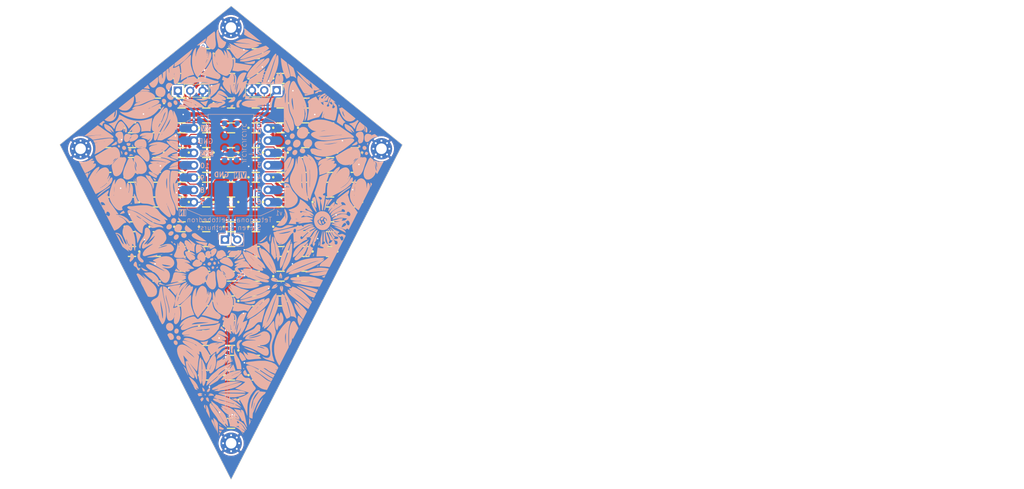
<source format=kicad_pcb>
(kicad_pcb (version 20240108) (generator "pcbnew") (generator_version "8.0")
  (layers (0 "F.Cu" signal) (31 "B.Cu" signal) (34 "B.Paste" user) (35 "F.Paste" user) (36 "B.SilkS" user "B.Silkscreen") (37 "F.SilkS" user "F.Silkscreen") (38 "B.Mask" user) (39 "F.Mask" user) (44 "Edge.Cuts" user))
  (net 0 "")
  (net 1 "LED_IN")
  (net 2 "+5V")
  (net 3 "GND")
  (net 4 "Net-(LED2-DO)")
  (net 5 "Net-(LED3-DO)")
  (net 6 "Net-(LED4-DO)")
  (net 7 "Net-(LED5-DO)")
  (net 8 "Net-(LED6-DO)")
  (net 9 "Net-(LED7-DO)")
  (net 10 "Net-(LED8-DO)")
  (net 11 "Net-(LED10-DI)")
  (net 12 "Net-(LED11-DO)")
  (net 13 "Net-(LED12-DO)")
  (net 14 "Net-(LED13-DO)")
  (net 15 "Net-(LED14-DO)")
  (net 16 "Net-(LED15-DO)")
  (net 17 "Net-(LED16-DO)")
  (net 18 "Net-(LED17-DO)")
  (net 19 "Net-(LED18-DO)")
  (net 20 "Net-(LED19-DO)")
  (net 21 "Net-(LED21-DO)")
  (net 22 "Net-(LED22-DO)")
  (net 23 "Net-(LED23-DO)")
  (net 24 "Net-(LED24-DO)")
  (net 25 "Net-(LED25-DO)")
  (net 26 "Net-(LED27-DO)")
  (net 27 "Net-(LED28-DO)")
  (net 28 "Net-(LED29-DO)")
  (net 29 "Net-(LED31-DO)")
  (net 30 "Net-(LED32-DO)")
  (net 31 "Net-(LED33-DO)")
  (net 32 "Net-(LED34-DO)")
  (net 33 "Net-(LED35-DO)")
  (net 34 "Net-(LED36-DO)")
  (net 35 "Net-(LED37-DO)")
  (net 36 "Net-(LED39-DO)")
  (net 37 "Net-(LED41-DO)")
  (net 38 "Net-(LED42-DO)")
  (net 39 "Net-(LED43-DO)")
  (net 40 "Net-(LED44-DO)")
  (net 41 "Net-(LED45-DO)")
  (net 42 "Net-(LED46-DO)")
  (net 43 "Net-(LED47-DO)")
  (net 44 "Net-(LED48-DO)")
  (net 45 "Net-(LED49-DO)")
  (net 46 "Net-(LED51-DO)")
  (net 47 "Net-(LED52-DO)")
  (net 48 "Net-(LED53-DO)")
  (net 49 "Net-(LED54-DO)")
  (net 50 "Net-(LED55-DO)")
  (net 51 "Net-(LED56-DO)")
  (net 52 "Net-(LED57-DO)")
  (net 53 "Net-(LED58-DO)")
  (net 54 "Net-(LED59-DO)")
  (net 55 "Net-(LED61-DO)")
  (net 56 "Net-(LED62-DO)")
  (net 57 "Net-(LED63-DO)")
  (net 58 "Net-(LED64-DO)")
  (net 59 "Net-(LED65-DO)")
  (net 60 "Net-(LED66-DO)")
  (net 61 "Net-(LED67-DO)")
  (net 62 "Net-(LED68-DO)")
  (net 63 "Net-(LED69-DO)")
  (net 64 "Net-(LED71-DO)")
  (net 65 "Net-(LED72-DO)")
  (net 66 "Net-(LED73-DO)")
  (net 67 "Net-(LED74-DO)")
  (net 68 "Net-(LED75-DO)")
  (net 69 "Net-(LED76-DO)")
  (net 79 "Net-(LED77-DO)")
  (net 80 "Net-(LED78-DO)")
  (net 81 "Net-(LED79-DO)")
  (net 82 "Net-(LED81-DO)")
  (net 83 "Net-(LED82-DO)")
  (net 84 "Net-(LED83-DO)")
  (net 85 "Net-(LED84-DO)")
  (net 86 "Net-(LED85-DO)")
  (net 87 "Net-(LED86-DO)")
  (net 88 "Net-(LED87-DO)")
  (net 89 "Net-(LED88-DO)")
  (net 90 "Net-(LED89-DO)")
  (net 91 "Net-(LED91-DO)")
  (net 92 "Net-(LED92-DO)")
  (net 93 "Net-(LED93-DO)")
  (net 94 "Net-(LED94-DO)")
  (net 95 "Net-(LED95-DO)")
  (net 96 "Net-(LED96-DO)")
  (net 97 "Net-(LED97-DO)")
  (net 98 "Net-(LED98-DO)")
  (net 99 "Net-(LED100-DI)")
  (net 106 "ROW1")
  (net 107 "ROW2")
  (net 108 "ROW3")
  (net 109 "ROW4")
  (net 110 "ROW5")
  (net 111 "ROW6")
  (net 112 "ROW7")
  (net 113 "ROW8")
  (net 114 "ROW9")
  (net 115 "ROW10")
  (net 116 "Net-(J1-Bat-)")
  (net 117 "Net-(J1-Bat+)")
  (net 130 "LED_OUT")
  (footprint "XL-1615RGBC-WS2812B:LED-SMD_4P-L1.6-W1.5_XL-1615RGBC-WS2812B" (layer "F.Cu") (at 50.35 48.85)
    (property "Reference" "LED21" (hide yes))
    (property "Value" "XL-1615RGBC" (hide yes))
  )
  (footprint "Graphics" (layer "F.Cu") (at 213.489 75.75 180)
    (property "Reference" "")
    (property "Value" "")
  )
  (footprint "Capacitor_SMD:C_0402_1005Metric" (layer "F.Cu") (at 27.4 55.7 90)
    (property "Reference" "ROW4" (hide yes))
    (property "Value" "10uF,10V,X5R")
  )
  (footprint "XL-1615RGBC-WS2812B:LED-SMD_4P-L1.6-W1.5_XL-1615RGBC-WS2812B" (layer "F.Cu") (at 35.05 59.05)
    (property "Reference" "LED47" (hide yes))
    (property "Value" "XL-1615RGBC" (hide yes))
  )
  (footprint "XL-1615RGBC-WS2812B:LED-SMD_4P-L1.6-W1.5_XL-1615RGBC-WS2812B" (layer "F.Cu") (at 29.95 74.35 180)
    (property "Reference" "LED70" (hide yes))
    (property "Value" "XL-1615RGBC" (hide yes))
  )
  (footprint "XL-1615RGBC-WS2812B:LED-SMD_4P-L1.6-W1.5_XL-1615RGBC-WS2812B" (layer "F.Cu") (at 24.85 59.05)
    (property "Reference" "LED49" (hide yes))
    (property "Value" "XL-1615RGBC" (hide yes))
  )
  (footprint "XL-1615RGBC-WS2812B:LED-SMD_4P-L1.6-W1.5_XL-1615RGBC-WS2812B" (layer "F.Cu") (at 50.35 79.45)
    (property "Reference" "LED82" (hide yes))
    (property "Value" "XL-1615RGBC" (hide yes))
  )
  (footprint "XL-1615RGBC-WS2812B:LED-SMD_4P-L1.6-W1.5_XL-1615RGBC-WS2812B" (layer "F.Cu") (at 35.05 48.85)
    (property "Reference" "LED24" (hide yes))
    (property "Value" "XL-1615RGBC" (hide yes))
  )
  (footprint "XL-1615RGBC-WS2812B:LED-SMD_4P-L1.6-W1.5_XL-1615RGBC-WS2812B" (layer "F.Cu") (at 60.55 38.65)
    (property "Reference" "LED5" (hide yes))
    (property "Value" "XL-1615RGBC" (hide yes))
  )
  (footprint "XL-1615RGBC-WS2812B:LED-SMD_4P-L1.6-W1.5_XL-1615RGBC-WS2812B" (layer "F.Cu") (at 50.35 69.25)
    (property "Reference" "LED65" (hide yes))
    (property "Value" "XL-1615RGBC" (hide yes))
  )
  (footprint "Graphics" (layer "F.Cu") (at 3 22.8)
    (property "Reference" "")
    (property "Value" "")
  )
  (footprint "XL-1615RGBC-WS2812B:LED-SMD_4P-L1.6-W1.5_XL-1615RGBC-WS2812B" (layer "F.Cu") (at 45.25 84.55 180)
    (property "Reference" "LED87" (hide yes))
    (property "Value" "XL-1615RGBC" (hide yes))
  )
  (footprint "XL-1615RGBC-WS2812B:LED-SMD_4P-L1.6-W1.5_XL-1615RGBC-WS2812B" (layer "F.Cu") (at 40.15 43.75 180)
    (property "Reference" "LED11" (hide yes))
    (property "Value" "XL-1615RGBC" (hide yes))
  )
  (footprint "XL-1615RGBC-WS2812B:LED-SMD_4P-L1.6-W1.5_XL-1615RGBC-WS2812B" (layer "F.Cu") (at 60.55 48.85)
    (property "Reference" "LED19" (hide yes))
    (property "Value" "XL-1615RGBC" (hide yes))
  )
  (footprint "XL-1615RGBC-WS2812B:LED-SMD_4P-L1.6-W1.5_XL-1615RGBC-WS2812B" (layer "F.Cu") (at 29.95 53.95 180)
    (property "Reference" "LED28" (hide yes))
    (property "Value" "XL-1615RGBC" (hide yes))
  )
  (footprint "XL-1615RGBC-WS2812B:LED-SMD_4P-L1.6-W1.5_XL-1615RGBC-WS2812B" (layer "F.Cu") (at 45.25 33.55 180)
    (property "Reference" "LED2" (hide yes))
    (property "Value" "XL-1615RGBC" (hide yes))
  )
  (footprint "Graphics" (layer "F.Cu") (at 3 22.8)
    (property "Reference" "")
    (property "Value" "")
  )
  (footprint "XL-1615RGBC-WS2812B:LED-SMD_4P-L1.6-W1.5_XL-1615RGBC-WS2812B" (layer "F.Cu") (at 70.75 53.95 180)
    (property "Reference" "LED36" (hide yes))
    (property "Value" "XL-1615RGBC" (hide yes))
  )
  (footprint "MountingHole:MountingHole_2.2mm_M2_Pad_Via" (layer "F.Cu") (at 50.366726 113.9)
    (property "Reference" "H1" (hide yes))
    (property "Value" "MountingHole_Pad")
  )
  (footprint "XL-1615RGBC-WS2812B:LED-SMD_4P-L1.6-W1.5_XL-1615RGBC-WS2812B" (layer "F.Cu") (at 45.25 94.75 180)
    (property "Reference" "LED94" (hide yes))
    (property "Value" "XL-1615RGBC" (hide yes))
  )
  (footprint "XL-1615RGBC-WS2812B:LED-SMD_4P-L1.6-W1.5_XL-1615RGBC-WS2812B" (layer "F.Cu") (at 55.45 43.75 180)
    (property "Reference" "LED14" (hide yes))
    (property "Value" "XL-1615RGBC" (hide yes))
  )
  (footprint "XL-1615RGBC-WS2812B:LED-SMD_4P-L1.6-W1.5_XL-1615RGBC-WS2812B" (layer "F.Cu") (at 55.45 59.05)
    (property "Reference" "LED43" (hide yes))
    (property "Value" "XL-1615RGBC" (hide yes))
  )
  (footprint "XL-1615RGBC-WS2812B:LED-SMD_4P-L1.6-W1.5_XL-1615RGBC-WS2812B" (layer "F.Cu") (at 29.95 64.15 180)
    (property "Reference" "LED51" (hide yes))
    (property "Value" "XL-1615RGBC" (hide yes))
  )
  (footprint "XL-1615RGBC-WS2812B:LED-SMD_4P-L1.6-W1.5_XL-1615RGBC-WS2812B" (layer "F.Cu") (at 75.85 59.05)
    (property "Reference" "LED39" (hide yes))
    (property "Value" "XL-1615RGBC" (hide yes))
  )
  (footprint "XL-1615RGBC-WS2812B:LED-SMD_4P-L1.6-W1.5_XL-1615RGBC-WS2812B" (layer "F.Cu") (at 24.85 53.95 180)
    (property "Reference" "LED27" (hide yes))
    (property "Value" "XL-1615RGBC" (hide yes))
  )
  (footprint "XL-1615RGBC-WS2812B:LED-SMD_4P-L1.6-W1.5_XL-1615RGBC-WS2812B" (layer "F.Cu") (at 60.55 79.45)
    (property "Reference" "LED80" (hide yes))
    (property "Value" "XL-1615RGBC" (hide yes))
  )
  (footprint "XL-1615RGBC-WS2812B:LED-SMD_4P-L1.6-W1.5_XL-1615RGBC-WS2812B" (layer "F.Cu") (at 24.85 64.15 180)
    (property "Reference" "LED50" (hide yes))
    (property "Value" "XL-1615RGBC" (hide yes))
  )
  (footprint "Graphics" (layer "F.Cu") (at 3 22.8)
    (property "Reference" "")
    (property "Value" "")
  )
  (footprint "Capacitor_SMD:C_0402_1005Metric" (layer "F.Cu") (at 41.7 35.5)
    (property "Reference" "ROW2" (hide yes))
    (property "Value" "10uF,10V,X5R")
  )
  (footprint "XL-1615RGBC-WS2812B:LED-SMD_4P-L1.6-W1.5_XL-1615RGBC-WS2812B" (layer "F.Cu") (at 65.65 69.25)
    (property "Reference" "LED62" (hide yes))
    (property "Value" "XL-1615RGBC" (hide yes))
  )
  (footprint "XL-1615RGBC-WS2812B:LED-SMD_4P-L1.6-W1.5_XL-1615RGBC-WS2812B" (layer "F.Cu") (at 50.35 109.8)
    (property "Reference" "LED101" (hide yes))
    (property "Value" "XL-1615RGBC" (hide yes))
  )
  (footprint "XL-1615RGBC-WS2812B:LED-SMD_4P-L1.6-W1.5_XL-1615RGBC-WS2812B" (layer "F.Cu") (at 29.95 48.85)
    (property "Reference" "LED25" (hide yes))
    (property "Value" "XL-1615RGBC" (hide yes))
  )
  (footprint "XL-1615RGBC-WS2812B:LED-SMD_4P-L1.6-W1.5_XL-1615RGBC-WS2812B" (layer "F.Cu") (at 70.75 69.25)
    (property "Reference" "LED61" (hide yes))
    (property "Value" "XL-1615RGBC" (hide yes))
  )
  (footprint "XL-1615RGBC-WS2812B:LED-SMD_4P-L1.6-W1.5_XL-1615RGBC-WS2812B" (layer "F.Cu") (at 55.45 48.85)
    (property "Reference" "LED20" (hide yes))
    (property "Value" "XL-1615RGBC" (hide yes))
  )
  (footprint "XL-1615RGBC-WS2812B:LED-SMD_4P-L1.6-W1.5_XL-1615RGBC-WS2812B" (layer "F.Cu") (at 29.95 59.05)
    (property "Reference" "LED48" (hide yes))
    (property "Value" "XL-1615RGBC" (hide yes))
  )
  (footprint "XL-1615RGBC-WS2812B:LED-SMD_4P-L1.6-W1.5_XL-1615RGBC-WS2812B" (layer "F.Cu") (at 50.35 64.15 180)
    (property "Reference" "LED55" (hide yes))
    (property "Value" "XL-1615RGBC" (hide yes))
  )
  (footprint "XL-1615RGBC-WS2812B:LED-SMD_4P-L1.6-W1.5_XL-1615RGBC-WS2812B" (layer "F.Cu") (at 50.35 74.35 180)
    (property "Reference" "LED74" (hide yes))
    (property "Value" "XL-1615RGBC" (hide yes))
  )
  (footprint "XL-1615RGBC-WS2812B:LED-SMD_4P-L1.6-W1.5_XL-1615RGBC-WS2812B" (layer "F.Cu") (at 45.25 64.15 180)
    (property "Reference" "LED54" (hide yes))
    (property "Value" "XL-1615RGBC" (hide yes))
  )
  (footprint "XL-1615RGBC-WS2812B:LED-SMD_4P-L1.6-W1.5_XL-1615RGBC-WS2812B" (layer "F.Cu") (at 40.15 79.45)
    (property "Reference" "LED84" (hide yes))
    (property "Value" "XL-1615RGBC" (hide yes))
  )
  (footprint "XL-1615RGBC-WS2812B:LED-SMD_4P-L1.6-W1.5_XL-1615RGBC-WS2812B" (layer "F.Cu") (at 40.15 38.65)
    (property "Reference" "LED9" (hide yes))
    (property "Value" "XL-1615RGBC" (hide yes))
  )
  (footprint "Graphics" (layer "F.Cu") (at 97.789 22.75 180)
    (property "Reference" "")
    (property "Value" "")
  )
  (footprint "XL-1615RGBC-WS2812B:LED-SMD_4P-L1.6-W1.5_XL-1615RGBC-WS2812B" (layer "F.Cu") (at 40.15 59.05)
    (property "Reference" "LED46" (hide yes))
    (property "Value" "XL-1615RGBC" (hide yes))
  )
  (footprint "Graphics" (layer "F.Cu") (at 3 22.8)
    (property "Reference" "")
    (property "Value" "")
  )
  (footprint "XL-1615RGBC-WS2812B:LED-SMD_4P-L1.6-W1.5_XL-1615RGBC-WS2812B" (layer "F.Cu") (at 40.15 84.55 180)
    (property "Reference" "LED86" (hide yes))
    (property "Value" "XL-1615RGBC" (hide yes))
  )
  (footprint "XL-1615RGBC-WS2812B:LED-SMD_4P-L1.6-W1.5_XL-1615RGBC-WS2812B" (layer "F.Cu") (at 60.55 69.25)
    (property "Reference" "LED63" (hide yes))
    (property "Value" "XL-1615RGBC" (hide yes))
  )
  (footprint "Capacitor_SMD:C_0402_1005Metric" (layer "F.Cu") (at 27.6 47.02 -90)
    (property "Reference" "ROW3" (hide yes))
    (property "Value" "10uF,10V,X5R")
  )
  (footprint "Capacitor_SMD:C_0402_1005Metric" (layer "F.Cu") (at 26.4 67.3)
    (property "Reference" "ROW5" (hide yes))
    (property "Value" "10uF,10V,X5R")
  )
  (footprint "XL-1615RGBC-WS2812B:LED-SMD_4P-L1.6-W1.5_XL-1615RGBC-WS2812B" (layer "F.Cu") (at 70.75 64.15 180)
    (property "Reference" "LED59" (hide yes))
    (property "Value" "XL-1615RGBC" (hide yes))
  )
  (footprint "XL-1615RGBC-WS2812B:LED-SMD_4P-L1.6-W1.5_XL-1615RGBC-WS2812B" (layer "F.Cu") (at 55.45 74.35 180)
    (property "Reference" "LED75" (hide yes))
    (property "Value" "XL-1615RGBC" (hide yes))
  )
  (footprint "XL-1615RGBC-WS2812B:LED-SMD_4P-L1.6-W1.5_XL-1615RGBC-WS2812B" (layer "F.Cu") (at 55.45 79.45)
    (property "Reference" "LED81" (hide yes))
    (property "Value" "XL-1615RGBC" (hide yes))
  )
  (footprint "XL-1615RGBC-WS2812B:LED-SMD_4P-L1.6-W1.5_XL-1615RGBC-WS2812B" (layer "F.Cu") (at 55.45 99.85)
    (property "Reference" "LED97" (hide yes))
    (property "Value" "XL-1615RGBC" (hide yes))
  )
  (footprint "XL-1615RGBC-WS2812B:LED-SMD_4P-L1.6-W1.5_XL-1615RGBC-WS2812B" (layer "F.Cu") (at 65.65 79.45)
    (property "Reference" "LED79" (hide yes))
    (property "Value" "XL-1615RGBC" (hide yes))
  )
  (footprint "Graphics" (layer "F.Cu") (at 3 22.8)
    (property "Reference" "")
    (property "Value" "")
  )
  (footprint "XL-1615RGBC-WS2812B:LED-SMD_4P-L1.6-W1.5_XL-1615RGBC-WS2812B" (layer "F.Cu") (at 60.55 59.05)
    (property "Reference" "LED42" (hide yes))
    (property "Value" "XL-1615RGBC" (hide yes))
  )
  (footprint "XL-1615RGBC-WS2812B:LED-SMD_4P-L1.6-W1.5_XL-1615RGBC-WS2812B" (layer "F.Cu") (at 45.25 69.25)
    (property "Reference" "LED66" (hide yes))
    (property "Value" "XL-1615RGBC" (hide yes))
  )
  (footprint "XL-1615RGBC-WS2812B:LED-SMD_4P-L1.6-W1.5_XL-1615RGBC-WS2812B" (layer "F.Cu") (at 50.35 53.95 180)
    (property "Reference" "LED32" (hide yes))
    (property "Value" "XL-1615RGBC" (hide yes))
  )
  (footprint "XL-1615RGBC-WS2812B:LED-SMD_4P-L1.6-W1.5_XL-1615RGBC-WS2812B" (layer "F.Cu") (at 50.35 99.85)
    (property "Reference" "LED98" (hide yes))
    (property "Value" "XL-1615RGBC" (hide yes))
  )
  (footprint "XL-1615RGBC-WS2812B:LED-SMD_4P-L1.6-W1.5_XL-1615RGBC-WS2812B" (layer "F.Cu") (at 35.05 79.45)
    (property "Reference" "LED85" (hide yes))
    (property "Value" "XL-1615RGBC" (hide yes))
  )
  (footprint "XL-1615RGBC-WS2812B:LED-SMD_4P-L1.6-W1.5_XL-1615RGBC-WS2812B" (layer "F.Cu") (at 65.65 43.75 180)
    (property "Reference" "LED16" (hide yes))
    (property "Value" "XL-1615RGBC" (hide yes))
  )
  (footprint "XL-1615RGBC-WS2812B:LED-SMD_4P-L1.6-W1.5_XL-1615RGBC-WS2812B" (layer "F.Cu") (at 75.85 64.15 180)
    (property "Reference" "LED60" (hide yes))
    (property "Value" "XL-1615RGBC" (hide yes))
  )
  (footprint "XL-1615RGBC-WS2812B:LED-SMD_4P-L1.6-W1.5_XL-1615RGBC-WS2812B" (layer "F.Cu") (at 45.25 79.45)
    (property "Reference" "LED83" (hide yes))
    (property "Value" "XL-1615RGBC" (hide yes))
  )
  (footprint "XL-1615RGBC-WS2812B:LED-SMD_4P-L1.6-W1.5_XL-1615RGBC-WS2812B" (layer "F.Cu") (at 29.95 69.25)
    (property "Reference" "LED69" (hide yes))
    (property "Value" "XL-1615RGBC" (hide yes))
  )
  (footprint "XL-1615RGBC-WS2812B:LED-SMD_4P-L1.6-W1.5_XL-1615RGBC-WS2812B" (layer "F.Cu") (at 70.75 74.35 180)
    (property "Reference" "LED78" (hide yes))
    (property "Value" "XL-1615RGBC" (hide yes))
  )
  (footprint "XL-1615RGBC-WS2812B:LED-SMD_4P-L1.6-W1.5_XL-1615RGBC-WS2812B" (layer "F.Cu") (at 50.35 104.95 180)
    (property "Reference" "LED100" (hide yes))
    (property "Value" "XL-1615RGBC" (hide yes))
  )
  (footprint "Graphics" (layer "F.Cu") (at 3 22.8)
    (property "Reference" "")
    (property "Value" "")
  )
  (footprint "XL-1615RGBC-WS2812B:LED-SMD_4P-L1.6-W1.5_XL-1615RGBC-WS2812B" (layer "F.Cu") (at 60.55 84.55 180)
    (property "Reference" "LED90" (hide yes))
    (property "Value" "XL-1615RGBC" (hide yes))
  )
  (footprint "XL-1615RGBC-WS2812B:LED-SMD_4P-L1.6-W1.5_XL-1615RGBC-WS2812B" (layer "F.Cu") (at 40.15 53.95 180)
    (property "Reference" "LED30" (hide yes))
    (property "Value" "XL-1615RGBC" (hide yes))
  )
  (footprint "Capacitor_SMD:C_0402_1005Metric" (layer "F.Cu") (at 31.5 77.5)
    (property "Reference" "ROW6" (hide yes))
    (property "Value" "10uF,10V,X5R")
  )
  (footprint "Graphics" (layer "F.Cu") (at 157.823 60.03 180)
    (property "Reference" "")
    (property "Value" "")
  )
  (footprint "XL-1615RGBC-WS2812B:LED-SMD_4P-L1.6-W1.5_XL-1615RGBC-WS2812B" (layer "F.Cu") (at 50.35 94.75 180)
    (property "Reference" "LED95" (hide yes))
    (property "Value" "XL-1615RGBC" (hide yes))
  )
  (footprint "XL-1615RGBC-WS2812B:LED-SMD_4P-L1.6-W1.5_XL-1615RGBC-WS2812B" (layer "F.Cu") (at 50.35 89.65)
    (property "Reference" "LED92" (hide yes))
    (property "Value" "XL-1615RGBC" (hide yes))
  )
  (footprint "XL-1615RGBC-WS2812B:LED-SMD_4P-L1.6-W1.5_XL-1615RGBC-WS2812B" (layer "F.Cu") (at 40.15 48.85)
    (property "Reference" "LED23" (hide yes))
    (property "Value" "XL-1615RGBC" (hide yes))
  )
  (footprint "XL-1615RGBC-WS2812B:LED-SMD_4P-L1.6-W1.5_XL-1615RGBC-WS2812B" (layer "F.Cu") (at 60.55 74.35 180)
    (property "Reference" "LED76" (hide yes))
    (property "Value" "XL-1615RGBC" (hide yes))
  )
  (footprint "XL-1615RGBC-WS2812B:LED-SMD_4P-L1.6-W1.5_XL-1615RGBC-WS2812B" (layer "F.Cu") (at 45.25 74.35 180)
    (property "Reference" "LED73" (hide yes))
    (property "Value" "XL-1615RGBC" (hide yes))
  )
  (footprint "XL-1615RGBC-WS2812B:LED-SMD_4P-L1.6-W1.5_XL-1615RGBC-WS2812B" (layer "F.Cu") (at 50.35 43.75 180)
    (property "Reference" "LED13" (hide yes))
    (property "Value" "XL-1615RGBC" (hide yes))
  )
  (footprint "XL-1615RGBC-WS2812B:LED-SMD_4P-L1.6-W1.5_XL-1615RGBC-WS2812B" (layer "F.Cu") (at 45.25 99.85)
    (property "Reference" "LED99" (hide yes))
    (property "Value" "XL-1615RGBC" (hide yes))
  )
  (footprint "XL-1615RGBC-WS2812B:LED-SMD_4P-L1.6-W1.5_XL-1615RGBC-WS2812B" (layer "F.Cu") (at 55.45 84.55 180)
    (property "Reference" "LED89" (hide yes))
    (property "Value" "XL-1615RGBC" (hide yes))
  )
  (footprint "XL-1615RGBC-WS2812B:LED-SMD_4P-L1.6-W1.5_XL-1615RGBC-WS2812B" (layer "F.Cu") (at 35.05 64.15 180)
    (property "Reference" "LED52" (hide yes))
    (property "Value" "XL-1615RGBC" (hide yes))
  )
  (footprint "Graphics" (layer "F.Cu") (at 3 22.8)
    (property "Reference" "")
    (property "Value" "")
  )
  (footprint "XL-1615RGBC-WS2812B:LED-SMD_4P-L1.6-W1.5_XL-1615RGBC-WS2812B" (layer "F.Cu") (at 45.25 53.95 180)
    (property "Reference" "LED31" (hide yes))
    (property "Value" "XL-1615RGBC" (hide yes))
  )
  (footprint "XL-1615RGBC-WS2812B:LED-SMD_4P-L1.6-W1.5_XL-1615RGBC-WS2812B" (layer "F.Cu") (at 65.65 48.85)
    (property "Reference" "LED18" (hide yes))
    (property "Value" "XL-1615RGBC" (hide yes))
  )
  (footprint "Graphics" (layer "F.Cu") (at 3 22.8)
    (property "Reference" "")
    (property "Value" "")
  )
  (footprint "XL-1615RGBC-WS2812B:LED-SMD_4P-L1.6-W1.5_XL-1615RGBC-WS2812B" (layer "F.Cu") (at 45.25 43.75 180)
    (property "Reference" "LED12" (hide yes))
    (property "Value" "XL-1615RGBC" (hide yes))
  )
  (footprint "Capacitor_SMD:C_0402_1005Metric" (layer "F.Cu") (at 41.7 87.7)
    (property "Reference" "ROW7" (hide yes))
    (property "Value" "10uF,10V,X5R")
  )
  (footprint "XL-1615RGBC-WS2812B:LED-SMD_4P-L1.6-W1.5_XL-1615RGBC-WS2812B" (layer "F.Cu") (at 55.45 69.25)
    (property "Reference" "LED64" (hide yes))
    (property "Value" "XL-1615RGBC" (hide yes))
  )
  (footprint "XL-1615RGBC-WS2812B:LED-SMD_4P-L1.6-W1.5_XL-1615RGBC-WS2812B" (layer "F.Cu") (at 65.65 64.15 180)
    (property "Reference" "LED58" (hide yes))
    (property "Value" "XL-1615RGBC" (hide yes))
  )
  (footprint "Graphics" (layer "F.Cu") (at 97.789 22.75 180)
    (property "Reference" "")
    (property "Value" "")
  )
  (footprint "Graphics" (layer "F.Cu") (at 3 22.8)
    (property "Reference" "")
    (property "Value" "")
  )
  (footprint "XL-1615RGBC-WS2812B:LED-SMD_4P-L1.6-W1.5_XL-1615RGBC-WS2812B" (layer "F.Cu") (at 45.25 48.85)
    (property "Reference" "LED22" (hide yes))
    (property "Value" "XL-1615RGBC" (hide yes))
  )
  (footprint "Graphics" (layer "F.Cu") (at 3 22.8)
    (property "Reference" "")
    (property "Value" "")
  )
  (footprint "XL-1615RGBC-WS2812B:LED-SMD_4P-L1.6-W1.5_XL-1615RGBC-WS2812B" (layer "F.Cu") (at 40.15 69.25)
    (property "Reference" "LED67" (hide yes))
    (property "Value" "XL-1615RGBC" (hide yes))
  )
  (footprint "XL-1615RGBC-WS2812B:LED-SMD_4P-L1.6-W1.5_XL-1615RGBC-WS2812B" (layer "F.Cu") (at 35.05 43.75 180)
    (property "Reference" "LED10" (hide yes))
    (property "Value" "XL-1615RGBC" (hide yes))
  )
  (footprint "XL-1615RGBC-WS2812B:LED-SMD_4P-L1.6-W1.5_XL-1615RGBC-WS2812B" (layer "F.Cu") (at 55.45 64.15 180)
    (property "Reference" "LED56" (hide yes))
    (property "Value" "XL-1615RGBC" (hide yes))
  )
  (footprint "XL-1615RGBC-WS2812B:LED-SMD_4P-L1.6-W1.5_XL-1615RGBC-WS2812B" (layer "F.Cu") (at 55.45 33.55 180)
    (property "Reference" "LED4" (hide yes))
    (property "Value" "XL-1615RGBC" (hide yes))
  )
  (footprint "XL-1615RGBC-WS2812B:LED-SMD_4P-L1.6-W1.5_XL-1615RGBC-WS2812B" (layer "F.Cu") (at 50.35 84.55 180)
    (property "Reference" "LED88" (hide yes))
    (property "Value" "XL-1615RGBC" (hide yes))
  )
  (footprint "XL-1615RGBC-WS2812B:LED-SMD_4P-L1.6-W1.5_XL-1615RGBC-WS2812B" (layer "F.Cu") (at 40.15 64.15 180)
    (property "Reference" "LED53" (hide yes))
    (property "Value" "XL-1615RGBC" (hide yes))
  )
  (footprint "Graphics" (layer "F.Cu") (at 3 22.8)
    (property "Reference" "")
    (property "Value" "")
  )
  (footprint "MountingHole:MountingHole_2.2mm_M2_Pad_Via" (layer "F.Cu") (at 50.333274 28.166726)
    (property "Reference" "H3" (hide yes))
    (property "Value" "MountingHole_Pad")
  )
  (footprint "XL-1615RGBC-WS2812B:LED-SMD_4P-L1.6-W1.5_XL-1615RGBC-WS2812B" (layer "F.Cu") (at 65.65 53.95 180)
    (property "Reference" "LED35" (hide yes))
    (property "Value" "XL-1615RGBC" (hide yes))
  )
  (footprint "XL-1615RGBC-WS2812B:LED-SMD_4P-L1.6-W1.5_XL-1615RGBC-WS2812B" (layer "F.Cu") (at 65.65 59.05)
    (property "Reference" "LED41" (hide yes))
    (property "Value" "XL-1615RGBC" (hide yes))
  )
  (footprint "Connector_PinHeader_2.54mm:PinHeader_1x03_P2.54mm_Vertical" (layer "F.Cu") (at 39.4 41.2 90)
    (property "Reference" "IN ")
    (property "Value" "Conn_01x03")
  )
  (footprint "XL-1615RGBC-WS2812B:LED-SMD_4P-L1.6-W1.5_XL-1615RGBC-WS2812B" (layer "F.Cu") (at 70.75 48.85)
    (property "Reference" "LED17" (hide yes))
    (property "Value" "XL-1615RGBC" (hide yes))
  )
  (footprint "Graphics" (layer "F.Cu") (at 3 22.8)
    (property "Reference" "")
    (property "Value" "")
  )
  (footprint "XL-1615RGBC-WS2812B:LED-SMD_4P-L1.6-W1.5_XL-1615RGBC-WS2812B" (layer "F.Cu") (at 55.45 53.95 180)
    (property "Reference" "LED33" (hide yes))
    (property "Value" "XL-1615RGBC" (hide yes))
  )
  (footprint "Connector_PinHeader_2.54mm:PinHeader_1x03_P2.54mm_Vertical" (layer "F.Cu") (at 59.74 41.1 -90)
    (property "Reference" "OUT")
    (property "Value" "Conn_01x03")
  )
  (footprint "MountingHole:MountingHole_2.2mm_M2_Pad_Via" (layer "F.Cu") (at 81.333274 53.166726)
    (property "Reference" "H2" (hide yes))
    (property "Value" "MountingHole_Pad")
  )
  (footprint "XL-1615RGBC-WS2812B:LED-SMD_4P-L1.6-W1.5_XL-1615RGBC-WS2812B" (layer "F.Cu") (at 35.05 74.35 180)
    (property "Reference" "LED71" (hide yes))
    (property "Value" "XL-1615RGBC" (hide yes))
  )
  (footprint "XL-1615RGBC-WS2812B:LED-SMD_4P-L1.6-W1.5_XL-1615RGBC-WS2812B" (layer "F.Cu") (at 55.45 94.75 180)
    (property "Reference" "LED96" (hide yes))
    (property "Value" "XL-1615RGBC" (hide yes))
  )
  (footprint "XL-1615RGBC-WS2812B:LED-SMD_4P-L1.6-W1.5_XL-1615RGBC-WS2812B" (layer "F.Cu") (at 75.85 53.95 180)
    (property "Reference" "LED37" (hide yes))
    (property "Value" "XL-1615RGBC" (hide yes))
  )
  (footprint "XL-1615RGBC-WS2812B:LED-SMD_4P-L1.6-W1.5_XL-1615RGBC-WS2812B" (layer "F.Cu") (at 50.35 38.65)
    (property "Reference" "LED7" (hide yes))
    (property "Value" "XL-1615RGBC" (hide yes))
  )
  (footprint "XL-1615RGBC-WS2812B:LED-SMD_4P-L1.6-W1.5_XL-1615RGBC-WS2812B" (layer "F.Cu") (at 60.55 53.95 180)
    (property "Reference" "LED34" (hide yes))
    (property "Value" "XL-1615RGBC" (hide yes))
  )
  (footprint "Capacitor_SMD:C_0402_1005Metric" (layer "F.Cu") (at 46.2 106.1)
    (property "Reference" "ROW8" (hide yes))
    (property "Value" "10uF,10V,X5R")
  )
  (footprint "XL-1615RGBC-WS2812B:LED-SMD_4P-L1.6-W1.5_XL-1615RGBC-WS2812B" (layer "F.Cu") (at 55.45 89.65)
    (property "Reference" "LED91" (hide yes))
    (property "Value" "XL-1615RGBC" (hide yes))
  )
  (footprint "XL-1615RGBC-WS2812B:LED-SMD_4P-L1.6-W1.5_XL-1615RGBC-WS2812B" (layer "F.Cu") (at 45.25 59.05)
    (property "Reference" "LED45" (hide yes))
    (property "Value" "XL-1615RGBC" (hide yes))
  )
  (footprint "MountingHole:MountingHole_2.2mm_M2_Pad_Via" (layer "F.Cu") (at 19.35 53.166726)
    (property "Reference" "H4" (hide yes))
    (property "Value" "MountingHole_Pad")
  )
  (footprint "XL-1615RGBC-WS2812B:LED-SMD_4P-L1.6-W1.5_XL-1615RGBC-WS2812B" (layer "F.Cu") (at 35.05 53.95 180)
    (property "Reference" "LED29" (hide yes))
    (property "Value" "XL-1615RGBC" (hide yes))
  )
  (footprint "XL-1615RGBC-WS2812B:LED-SMD_4P-L1.6-W1.5_XL-1615RGBC-WS2812B" (layer "F.Cu") (at 55.45 38.65)
    (property "Reference" "LED6" (hide yes))
    (property "Value" "XL-1615RGBC" (hide yes))
  )
  (footprint "XL-1615RGBC-WS2812B:LED-SMD_4P-L1.6-W1.5_XL-1615RGBC-WS2812B" (layer "F.Cu") (at 50.35 59.05)
    (property "Reference" "LED44" (hide yes))
    (property "Value" "XL-1615RGBC" (hide yes))
  )
  (footprint "XL-1615RGBC-WS2812B:LED-SMD_4P-L1.6-W1.5_XL-1615RGBC-WS2812B" (layer "F.Cu") (at 45.25 89.65)
    (property "Reference" "LED93" (hide yes))
    (property "Value" "XL-1615RGBC" (hide yes))
  )
  (footprint "XL-1615RGBC-WS2812B:LED-SMD_4P-L1.6-W1.5_XL-1615RGBC-WS2812B" (layer "F.Cu") (at 50.35 33.55 180)
    (property "Reference" "LED3" (hide yes))
    (property "Value" "XL-1615RGBC" (hide yes))
  )
  (footprint "XL-1615RGBC-WS2812B:LED-SMD_4P-L1.6-W1.5_XL-1615RGBC-WS2812B" (layer "F.Cu") (at 60.55 64.15 180)
    (property "Reference" "LED57" (hide yes))
    (property "Value" "XL-1615RGBC" (hide yes))
  )
  (footprint "XL-1615RGBC-WS2812B:LED-SMD_4P-L1.6-W1.5_XL-1615RGBC-WS2812B" (layer "F.Cu") (at 65.65 74.35 180)
    (property "Reference" "LED77" (hide yes))
    (property "Value" "XL-1615RGBC" (hide yes))
  )
  (footprint "XL-1615RGBC-WS2812B:LED-SMD_4P-L1.6-W1.5_XL-1615RGBC-WS2812B" (layer "F.Cu") (at 60.55 43.75 180)
    (property "Reference" "LED15" (hide yes))
    (property "Value" "XL-1615RGBC" (hide yes))
  )
  (footprint "XL-1615RGBC-WS2812B:LED-SMD_4P-L1.6-W1.5_XL-1615RGBC-WS2812B" (layer "F.Cu") (at 70.75 59.05)
    (property "Reference" "LED40" (hide yes))
    (property "Value" "XL-1615RGBC" (hide yes))
  )
  (footprint "XL-1615RGBC-WS2812B:LED-SMD_4P-L1.6-W1.5_XL-1615RGBC-WS2812B" (layer "F.Cu") (at 45.25 38.65)
    (property "Reference" "LED8" (hide yes))
    (property "Value" "XL-1615RGBC" (hide yes))
  )
  (footprint "XL-1615RGBC-WS2812B:LED-SMD_4P-L1.6-W1.5_XL-1615RGBC-WS2812B" (layer "F.Cu") (at 35.05 69.25)
    (property "Reference" "LED68" (hide yes))
    (property "Value" "XL-1615RGBC" (hide yes))
  )
  (footprint "XL-1615RGBC-WS2812B:LED-SMD_4P-L1.6-W1.5_XL-1615RGBC-WS2812B" (layer "F.Cu") (at 40.15 74.35 180)
    (property "Reference" "LED72" (hide yes))
    (property "Value" "XL-1615RGBC" (hide yes))
  )
  (footprint "Graphics" (layer "B.Cu") (at 3 22.8)
    (property "Reference" "")
    (property "Value" "")
  )
  (footprint "Graphics" (layer "B.Cu") (at 213.489 75.75 180)
    (property "Reference" "")
    (property "Value" "")
  )
  (footprint "Graphics" (layer "B.Cu") (at 3 22.8)
    (property "Reference" "")
    (property "Value" "")
  )
  (footprint "Graphics" (layer "B.Cu") (at 157.823 60.03 180)
    (property "Reference" "")
    (property "Value" "")
  )
  (footprint "Connector_PinHeader_2.54mm:PinHeader_1x02_P2.54mm_Vertical" (layer "B.Cu") (at 49.1 71.9 -90)
    (property "Reference" "J2" (hide yes))
    (property "Value" "Conn_01x02")
  )
  (footprint "Graphics" (layer "B.Cu") (at 213.489 75.75 180)
    (property "Reference" "")
    (property "Value" "")
  )
  (footprint "Graphics" (layer "B.Cu") (at 97.789 22.75 180)
    (property "Reference" "")
    (property "Value" "")
  )
  (footprint "Graphics" (layer "B.Cu") (at 97.789 22.75 180)
    (property "Reference" "")
    (property "Value" "")
  )
  (footprint "Graphics" (layer "B.Cu") (at 213.489 75.75 180)
    (property "Reference" "")
    (property "Value" "")
  )
  (footprint "Graphics" (layer "B.Cu") (at 97.789 22.75 180)
    (property "Reference" "")
    (property "Value" "")
  )
  (footprint "Graphics" (layer "B.Cu") (at 97.789 22.75 180)
    (property "Reference" "")
    (property "Value" "")
  )
  (footprint "SWS-Library:XIAO" (layer "B.Cu") (at 50.323939 56.580499 180)
    (property "Reference" "J1" (hide yes))
    (property "Value" "~")
  )
  (footprint "Graphics" (layer "B.Cu") (at 97.789 22.75 180)
    (property "Reference" "")
    (property "Value" "")
  )
  (footprint "Graphics" (layer "B.Cu") (at 157.823 60.03 180)
    (property "Reference" "")
    (property "Value" "")
  )
  (footprint "Graphics" (layer "B.Cu") (at 157.823 60.03 180)
    (property "Reference" "")
    (property "Value" "")
  )
  (footprint "Graphics" (layer "B.Cu") (at 213.489 75.75 180)
    (property "Reference" "")
    (property "Value" "")
  )
  (footprint "Graphics" (layer "B.Cu") (at 157.823 60.03 180)
    (property "Reference" "")
    (property "Value" "")
  )
  (footprint "Graphics" (layer "B.Cu") (at 97.789 22.75 180)
    (property "Reference" "")
    (property "Value" "")
  )
  (footprint "Graphics" (layer "B.Cu") (at 97.789 22.75 180)
    (property "Reference" "")
    (property "Value" "")
  )
  (footprint "Graphics" (layer "B.Cu") (at 97.789 22.75 180)
    (property "Reference" "")
    (property "Value" "")
  )
  (footprint "Graphics" (layer "B.Cu") (at 97.789 22.75 180)
    (property "Reference" "")
    (property "Value" "")
  )
  (gr_poly (pts (xy 85.652 52.347) (xy 50.355 121.374) (xy 15.076 52.317) (xy 50.381 23.736) (xy 85.652 52.347)) (stroke (width 0.1)) (fill none) (layer "Edge.Cuts"))
  (gr_text "Tetragonal Deltohedron\nSteven Smethurst\n" (at 50 70 0) (layer "B.SilkS") (effects (font (size 1 1) (thickness 0.1)) (justify bottom mirror)))
  (gr_text "JLCJLCJLCJLC" (at 52.6 56.25 -90) (layer "B.SilkS") (effects (font (size 0.8 0.8) (thickness 0.1)) (justify left bottom mirror)))
  (gr_text "\nIN" (at 41.25 67 0) (layer "B.SilkS" knockout) (effects (font (size 1 1) (thickness 0.2) (bold yes)) (justify left bottom mirror)))
  (gr_text "v1" (at 61 67 0) (layer "B.SilkS") (effects (font (size 1 0.8) (thickness 0.1)) (justify left bottom mirror)))
  (segment (start 44.6 33) (end 44.5 33.1) (width 0.2) (layer "F.Cu") (net 1))
  (segment (start 44.6 32) (end 44.6 33) (width 0.2) (layer "F.Cu") (net 1))
  (via (at 44.6 32) (size 0.6) (drill 0.3) (layers "F.Cu" "B.Cu") (net 1))
  (segment (start 45.7 62.4) (end 43.9 64.2) (width 0.2) (layer "B.Cu") (net 1))
  (segment (start 41.94 41.2) (end 41.94 43.84) (width 0.2) (layer "B.Cu") (net 1))
  (segment (start 45.7 47.6) (end 45.7 62.4) (width 0.2) (layer "B.Cu") (net 1))
  (segment (start 44.6 32) (end 44.6 38.54) (width 0.2) (layer "B.Cu") (net 1))
  (segment (start 41.94 43.84) (end 45.7 47.6) (width 0.2) (layer "B.Cu") (net 1))
  (segment (start 43.9 64.2) (end 42.7 64.2) (width 0.2) (layer "B.Cu") (net 1))
  (segment (start 44.6 38.54) (end 41.94 41.2) (width 0.2) (layer "B.Cu") (net 1))
  (segment (start 39.9 85.5) (end 40.025 85.625) (width 0.2) (layer "F.Cu") (net 2))
  (segment (start 23.4 64.325) (end 23.675 64.6) (width 0.2) (layer "F.Cu") (net 2))
  (segment (start 32.1 80.645686) (end 36.454314 85) (width 0.2) (layer "F.Cu") (net 2))
  (segment (start 30.075 68.175) (end 28.659314 68.175) (width 0.2) (layer "F.Cu") (net 2))
  (segment (start 39.4 85) (end 39.9 85.5) (width 0.2) (layer "F.Cu") (net 2))
  (segment (start 45.3 85.625) (end 50.1 85.625) (width 0.2) (layer "F.Cu") (net 2))
  (segment (start 44.9 75.2) (end 44.9 75.425) (width 0.2) (layer "F.Cu") (net 2))
  (segment (start 27.4 55.22) (end 28.38 55.22) (width 0.5) (layer "F.Cu") (net 2))
  (segment (start 45.8 65.388999) (end 51 65.388999) (width 0.2) (layer "F.Cu") (net 2))
  (segment (start 60.7 68.175) (end 55.8 68.175) (width 0.2) (layer "F.Cu") (net 2))
  (segment (start 32.2 47.5) (end 27.6 47.5) (width 0.5) (layer "F.Cu") (net 2))
  (segment (start 50.6 68.175) (end 45.3 68.175) (width 0.2) (layer "F.Cu") (net 2))
  (segment (start 46 99.4) (end 45.375 98.775) (width 0.2) (layer "F.Cu") (net 2))
  (segment (start 45.275 44.975) (end 44.5 44.2) (width 0.5) (layer "F.Cu") (net 2))
  (segment (start 23.25 54.275) (end 23.375 54.4) (width 0.5) (layer "F.Cu") (net 2))
  (segment (start 50.375 44.975) (end 49.6 44.2) (width 0.5) (layer "F.Cu") (net 2))
  (segment (start 30.3 57.975) (end 24.975 57.975) (width 0.2) (layer "F.Cu") (net 2))
  (segment (start 55.8 78.375) (end 50.5 78.375) (width 0.2) (layer "F.Cu") (net 2))
  (segment (start 49.5 47.6) (end 50.4 47.6) (width 0.5) (layer "F.Cu") (net 2))
  (segment (start 49.6 34) (end 48.8 34.8) (width 0.5) (layer "F.Cu") (net 2))
  (segment (start 66.4 48.4) (end 66.4 48) (width 0.5) (layer "F.Cu") (net 2))
  (segment (start 25.668999 65.388999) (end 26.88 66.6) (width 0.2) (layer "F.Cu") (net 2))
  (segment (start 24.888999 65.388999) (end 25.668999 65.388999) (width 0.2) (layer "F.Cu") (net 2))
  (segment (start 46.3 105.4) (end 46.634314 105.4) (width 0.2) (layer "F.Cu") (net 2))
  (segment (start 50.1 85.5) (end 50.1 85.625) (width 0.2) (layer "F.Cu") (net 2))
  (segment (start 35.175 55.2) (end 35.2 55.175) (width 0.5) (layer "F.Cu") (net 2))
  (segment (start 50.225 55.025) (end 50.4 55.025) (width 0.2) (layer "F.Cu") (net 2))
  (segment (start 50.4 47.7) (end 51.1 48.4) (width 0.5) (layer "F.Cu") (net 2))
  (segment (start 33.2125 77.9875) (end 32.1 79.1) (width 0.2) (layer "F.Cu") (net 2))
  (segment (start 44.8 47.2) (end 43.9 47.2) (width 0.5) (layer "F.Cu") (net 2))
  (segment (start 49.6 95.2) (end 49.6 95.225) (width 0.2) (layer "F.Cu") (net 2))
  (segment (start 39.8 75.425) (end 44.9 75.425) (width 0.2) (layer "F.Cu") (net 2))
  (segment (start 70 64.6) (end 70.111001 64.6) (width 0.2) (layer "F.Cu") (net 2))
  (segment (start 54.7 74.925) (end 55.2 75.425) (width 0.2) (layer "F.Cu") (net 2))
  (segment (start 27.784314 67.3) (end 28.659314 68.175) (width 0.2) (layer "F.Cu") (net 2))
  (segment (start 34.9 57.975) (end 30.3 57.975) (width 0.2) (layer "F.Cu") (net 2))
  (segment (start 35.175 68.175) (end 34.2 68.175) (width 0.2) (layer "F.Cu") (net 2))
  (segment (start 45.2 47.6) (end 49.5 47.6) (width 0.5) (layer "F.Cu") (net 2))
  (segment (start 29.2 74.8) (end 29.825 75.425) (width 0.2) (layer "F.Cu") (net 2))
  (segment (start 49.6 54.4) (end 50.225 55.025) (width 0.2) (layer "F.Cu") (net 2))
  (segment (start 34.3 54.4) (end 34.375 54.4) (width 0.2) (layer "F.Cu") (net 2))
  (segment (start 40.9 48.4) (end 42.140001 48.4) (width 0.5) (layer "F.Cu") (net 2))
  (segment (start 60.2 75.425) (end 65.5 75.425) (width 0.2) (layer "F.Cu") (net 2))
  (segment (start 30.7 68.8) (end 30.075 68.175) (width 0.2) (layer "F.Cu") (net 2))
  (segment (start 32.2 47.5) (end 31.6 47.5) (width 0.5) (layer "F.Cu") (net 2))
  (segment (start 34.2 68.175) (end 31.325 68.175) (width 0.2) (layer "F.Cu") (net 2))
  (segment (start 42.729001 47.2) (end 43.9 47.2) (width 0.5) (layer "F.Cu") (net 2))
  (segment (start 31.98 76.88) (end 31.98 77.5) (width 0.2) (layer "F.Cu") (net 2))
  (segment (start 61.925 57.975) (end 61.3 58.6) (width 0.2) (layer "F.Cu") (net 2))
  (segment (start 35 75.425) (end 39.8 75.425) (width 0.2) (layer "F.Cu") (net 2))
  (segment (start 45.375 98.775) (end 43.125 98.775) (width 0.2) (layer "F.Cu") (net 2))
  (segment (start 56.5 99.1) (end 56.2 99.4) (width 0.2) (layer "F.Cu") (net 2))
  (segment (start 46.625 88.575) (end 46 89.2) (width 0.2) (layer "F.Cu") (net 2))
  (segment (start 49.8 57.975) (end 46.625 57.975) (width 0.2) (layer "F.Cu") (net 2))
  (segment (start 75.725 55.025) (end 76.1 55.025) (width 0.2) (layer "F.Cu") (net 2))
  (segment (start 46 58.6) (end 45.330998 57.930998) (width 0.2) (layer "F.Cu") (net 2))
  (segment (start 38.979001 47.220999) (end 38.7 47.5) (width 0.5) (layer "F.Cu") (net 2))
  (segment (start 39.4 64.6) (end 40.188999 65.388999) (width 0.2) (layer "F.Cu") (net 2))
  (segment (start 54.7 85) (end 54.6 85.1) (width 0.2) (layer "F.Cu") (net 2))
  (segment (start 38.575 37.4) (end 33.45 42.525) (width 0.5) (layer "F.Cu") (net 2))
  (segment (start 24.1 64.6) (end 24.888999 65.388999) (width 0.2) (layer "F.Cu") (net 2))
  (segment (start 53.9 34.8) (end 54.7 34) (width 0.5) (layer "F.Cu") (net 2))
  (segment (start 51.1 58.6) (end 50.475 57.975) (width 0.2) (layer "F.Cu") (net 2))
  (segment (start 51.1 99.4) (end 50.475 98.775) (width 0.2) (layer "F.Cu") (net 2))
  (segment (start 50 98.775) (end 46.625 98.775) (width 0.2) (layer "F.Cu") (net 2))
  (segment (start 42.18 87.08) (end 42.18 87.7) (width 0.2) (layer "F.Cu") (net 2))
  (segment (start 50.4 37.4) (end 45.4 37.4) (width 0.5) (layer "F.Cu") (net 2))
  (segment (start 66.4 48) (end 66.8 47.6) (width 0.5) (layer "F.Cu") (net 2))
  (segment (start 23.4 62.175686) (end 23.4 64.325) (width 0.2) (layer "F.Cu") (net 2))
  (segment (start 45.925 68.8) (end 45.3 68.175) (width 0.2) (layer "F.Cu") (net 2))
  (segment (start 45.3 34.8) (end 42.88 34.8) (width 0.5) (layer "F.Cu") (net 2))
  (segment (start 61.969002 57.930998) (end 55.619002 57.930998) (width 0.2) (layer "F.Cu") (net 2))
  (segment (start 44.9 75.425) (end 50.2 75.425) (width 0.2) (layer "F.Cu") (net 2))
  (segment (start 22.625 57.975) (end 21.9 58.7) (width 0.2) (layer "F.Cu") (net 2))
  (segment (start 61.3 68.775) (end 60.7 68.175) (width 0.2) (layer "F.Cu") (net 2))
  (segment (start 41.7 37.4) (end 38.575 37.4) (width 0.5) (layer "F.Cu") (net 2))
  (segment (start 69.525 75.425) (end 69.6 75.5) (width 0.2) (layer "F.Cu") (net 2))
  (segment (start 56.2 78.775) (end 55.8 78.375) (width 0.2) (layer "F.Cu") (net 2))
  (segment (start 40.5 65.388999) (end 45.8 65.388999) (width 0.2) (layer "F.Cu") (net 2))
  (segment (start 27.925 68.175) (end 27 69.1) (width 0.2) (layer "F.Cu") (net 2))
  (segment (start 45.375 88.575) (end 43.8 88.575) (width 0.2) (layer "F.Cu") (net 2))
  (segment (start 55.475 44.975) (end 50.375 44.975) (width 0.5) (layer "F.Cu") (net 2))
  (segment (start 40.9 79) (end 40.825 79) (width 0.2) (layer "F.Cu") (net 2))
  (segment (start 45.4 78.375) (end 40.2 78.375) (width 0.2) (layer "F.Cu") (net 2))
  (segment (start 45.4 37.4) (end 46 38) (width 0.5) (layer "F.Cu") (net 2))
  (segment (start 34.3 74.8) (end 34.375 74.8) (width 0.2) (layer "F.Cu") (net 2))
  (segment (start 50.5 78.4) (end 50.5 78.375) (width 0.2) (layer "F.Cu") (net 2))
  (segment (start 30.7 58.375) (end 30.3 57.975) (width 0.2) (layer "F.Cu") (net 2))
  (segment (start 61.3 68.8) (end 61.3 68.775) (width 0.2) (layer "F.Cu") (net 2))
  (segment (start 40.725 85.625) (end 42.18 87.08) (width 0.2) (layer "F.Cu") (net 2))
  (segment (start 75.1 65.2) (end 75.1 65.9) (width 0.2) (layer "F.Cu") (net 2))
  (segment (start 54.7 95.7) (end 56.5 97.5) (width 0.2) (layer "F.Cu") (net 2))
  (segment (start 59.8 64.6) (end 60.588999 65.388999) (width 0.2) (layer "F.Cu") (net 2))
  (segment (start 56.2 37.9) (end 56.2 38.2) (width 0.5) (layer "F.Cu") (net 2))
  (segment (start 54.897182 47.6) (end 55.297182 47.2) (width 0.5) (layer "F.Cu") (net 2))
  (segment (start 55.2 75.425) (end 60.2 75.425) (width 0.2) (layer "F.Cu") (net 2))
  (segment (start 27.4 55.22) (end 27.42 55.2) (width 0.5) (layer "F.Cu") (net 2))
  (segment (start 27.6 47.5) (end 23.25 51.85) (width 0.5) (layer "F.Cu") (net 2))
  (segment (start 69.375 75.425) (end 69.525 75.425) (width 0.2) (layer "F.Cu") (net 2))
  (segment (start 35.7 65.388999) (end 40.5 65.388999) (width 0.2) (layer "F.Cu") (net 2))
  (segment (start 21.9 58.7) (end 21.9 60.675686) (width 0.2) (layer "F.Cu") (net 2))
  (segment (start 24.95 55.175) (end 27.345 55.175) (width 0.5) (layer "F.Cu") (net 2))
  (segment (start 24.1 54.4) (end 24.175 54.4) (width 0.2) (layer "F.Cu") (net 2))
  (segment (start 46.68 105.78) (end 46.3 105.4) (width 0.2) (layer "F.Cu") (net 2))
  (segment (start 54.811001 64.6) (end 55.6 65.388999) (width 0.2) (layer "F.Cu") (net 2))
  (segment (start 54.6 85.1) (end 54.6 85.425) (width 0.2) (layer "F.Cu") (net 2))
  (segment (start 42.18 87.7) (end 42.925 87.7) (width 0.2) (layer "F.Cu") (net 2))
  (segment (start 42.7 47.170999) (end 42.729001 47.2) (width 0.5) (layer "F.Cu") (net 2))
  (segment (start 45.125 95.825) (end 50.2 95.825) (width 0.2) (layer "F.Cu") (net 2))
  (segment (start 38.7 47.5) (end 35.1 47.5) (width 0.5) (layer "F.Cu") (net 2))
  (segment (start 50.2 75.425) (end 55.2 75.425) (width 0.2) (layer "F.Cu") (net 2))
  (segment (start 51.1 79) (end 50.5 78.4) (width 0.2) (layer "F.Cu") (net 2))
  (segment (start 55.8 68.175) (end 50.6 68.175) (width 0.2) (layer "F.Cu") (net 2))
  (segment (start 51.1 68.675) (end 50.6 68.175) (width 0.2) (layer "F.Cu") (net 2))
  (segment (start 46.634314 105.4) (end 49.6 105.4) (width 0.2) (layer "F.Cu") (net 2))
  (segment (start 66.4 68.8) (end 66.4 68.675) (width 0.2) (layer "F.Cu") (net 2))
  (segment (start 54.7 64.6) (end 54.811001 64.6) (width 0.2) (layer "F.Cu") (net 2))
  (segment (start 69.375 75.425) (end 65.5 75.425) (width 0.2) (layer "F.Cu") (net 2))
  (segment (start 33.875 44.975) (end 35.075 44.975) (width 0.5) (layer "F.Cu") (net 2))
  (segment (start 49.7 88.575) (end 46.625 88.575) (width 0.2) (layer "F.Cu") (net 2))
  (segment (start 44.5 64.6) (end 45.288999 65.388999) (width 0.2) (layer "F.Cu") (net 2))
  (segment (start 65.775 57.975) (end 65.5 57.975) (width 0.2) (layer "F.Cu") (net 2))
  (segment (start 41.8 92.925) (end 44.075 95.2) (width 0.2) (layer "F.Cu") (net 2))
  (segment (start 49.6 74.825) (end 50.2 75.425) (width 0.2) (layer "F.Cu") (net 2))
  (segment (start 55.475 44.975) (end 54.7 44.2) (width 0.5) (layer "F.Cu") (net 2))
  (segment (start 56.1 47.170998) (end 55.970999 47.041997) (width 0.2) (layer "F.Cu") (net 2))
  (segment (start 70.111001 64.6) (end 70.9 65.388999) (width 0.2) (layer "F.Cu") (net 2))
  (segment (start 50.1 85.625) (end 54.8 85.625) (width 0.2) (layer "F.Cu") (net 2))
  (segment (start 35.8 58.6) (end 35.175 57.975) (width 0.2) (layer "F.Cu") (net 2))
  (segment (start 42.88 34.8) (end 42.18 35.5) (width 0.5) (layer "F.Cu") (net 2))
  (segment (start 46 68.8) (end 45.925 68.8) (width 0.2) (layer "F.Cu") (net 2))
  (segment (start 40.275 68.175) (end 39.7 68.175) (width 0.2) (layer "F.Cu") (net 2))
  (segment (start 66.4 68.675) (end 65.9 68.175) (width 0.2) (layer "F.Cu") (net 2))
  (segment (start 70.625 55.025) (end 70.8 55.025) (width 0.2) (layer "F.Cu") (net 2))
  (segment (start 65.5 55.025) (end 70.8 55.025) (width 0.2) (layer "F.Cu") (net 2))
  (segment (start 35.075 44.975) (end 34.3 44.2) (width 0.5) (layer "F.Cu") (net 2))
  (segment (start 59.8 85) (end 59.5 85.3) (width 0.2) (layer "F.Cu") (net 2))
  (segment (start 39.4 74.8) (end 39.4 75.025) (width 0.2) (layer "F.Cu") (net 2))
  (segment (start 64.9 74.825) (end 65.5 75.425) (width 0.2) (layer "F.Cu") (net 2))
  (segment (start 35.8 48.4) (end 35.529001 48.4) (width 0.2) (layer "F.Cu") (net 2))
  (segment (start 66.9 79) (end 66.4 79) (width 0.2) (layer "F.Cu") (net 2))
  (segment (start 42.5 99.4) (end 42.5 101.475686) (width 0.2) (layer "F.Cu") (net 2))
  (segment (start 56.1 47.170998) (end 56.070998 47.2) (width 0.5) (layer "F.Cu") (net 2))
  (segment (start 28.38 55.22) (end 29.2 54.4) (width 0.5) (layer "F.Cu") (net 2))
  (segment (start 43.9 47.2) (end 43.879001 47.220999) (width 0.5) (layer "F.Cu") (net 2))
  (segment (start 45.125 55.025) (end 50.4 55.025) (width 0.2) (layer "F.Cu") (net 2))
  (segment (start 31.325 68.175) (end 30.7 68.8) (width 0.2) (layer "F.Cu") (net 2))
  (segment (start 54.075 95.825) (end 54.7 95.2) (width 0.2) (layer "F.Cu") (net 2))
  (segment (start 35.088999 65.388999) (end 35.7 65.388999) (width 0.2) (layer "F.Cu") (net 2))
  (segment (start 44.921 55.229) (end 45.125 55.025) (width 0.2) (layer "F.Cu") (net 2))
  (segment (start 44.5 74.8) (end 44.9 75.2) (width 0.2) (layer "F.Cu") (net 2))
  (segment (start 31.98 77.5) (end 32.725 77.5) (width 0.2) (layer "F.Cu") (net 2))
  (segment (start 38.979 55.229) (end 44.921 55.229) (width 0.2) (layer "F.Cu") (net 2))
  (segment (start 76.1 55.025) (end 77.5 55.025) (width 0.2) (layer "F.Cu") (net 2))
  (segment (start 51.1 37.8) (end 51.1 38.2) (width 0.5) (layer "F.Cu") (net 2))
  (segment (start 75.1 65.9) (end 72.2 68.8) (width 0.2) (layer "F.Cu") (net 2))
  (segment (start 60.3 78.375) (end 55.8 78.375) (width 0.2) (layer "F.Cu") (net 2))
  (segment (start 46.424315 105.4) (end 46.634314 105.4) (width 0.2) (layer "F.Cu") (net 2))
  (segment (start 36.425 78.375) (end 33.6 78.375) (width 0.2) (layer "F.Cu") (net 2))
  (segment (start 59.8 75.025) (end 60.2 75.425) (width 0.2) (layer "F.Cu") (net 2))
  (segment (start 35.8 68.8) (end 35.175 68.175) (width 0.2) (layer "F.Cu") (net 2))
  (segment (start 68.075 44.975) (end 71.5 48.4) (width 0.5) (layer "F.Cu") (net 2))
  (segment (start 27.42 55.2) (end 35.175 55.2) (width 0.5) (layer "F.Cu") (net 2))
  (segment (start 28.775 74.8) (end 29.2 74.8) (width 0.2) (layer "F.Cu") (net 2))
  (segment (start 45.3 34.8) (end 44.5 34) (width 0.5) (layer "F.Cu") (net 2))
  (segment (start 77.3 58.6) (end 76.6 58.6) (width 0.2) (layer "F.Cu") (net 2))
  (segment (start 66.8 47.6) (end 70.5 47.6) (width 0.5) (layer "F.Cu") (net 2))
  (segment (start 36.454314 85) (end 39.4 85) (width 0.2) (layer "F.Cu") (net 2))
  (segment (start 44.075 95.2) (end 44.5 95.2) (width 0.2) (layer "F.Cu") (net 2))
  (segment (start 51.1 89.2) (end 50.475 88.575) (width 0.2) (layer "F.Cu") (net 2))
  (segment (start 38.625 55.175) (end 39.4 54.4) (width 0.5) (layer "F.Cu") (net 2))
  (segment (start 70.8 55.025) (end 76.1 55.025) (width 0.2) (layer "F.Cu") (net 2))
  (segment (start 49.6 105.4) (end 49.85 105.4) (width 0.2) (layer "F.Cu") (net 2))
  (segment (start 53.9 34.8) (end 57.9 34.8) (width 0.5) (layer "F.Cu") (net 2))
  (segment (start 23.5 57.975) (end 22.625 57.975) (width 0.2) (layer "F.Cu") (net 2))
  (segment (start 77.5 55.025) (end 77.5 58.4) (width 0.2) (layer "F.Cu") (net 2))
  (segment (start 60.588999 65.388999) (end 61.2 65.388999) (width 0.2) (layer "F.Cu") (net 2))
  (segment (start 33.6 78.375) (end 33.2125 77.9875) (width 0.2) (layer "F.Cu") (net 2))
  (segment (start 42.925 87.7) (end 43.8 88.575) (width 0.2) (layer "F.Cu") (net 2))
  (segment (start 54.7 74.8) (end 54.7 74.925) (width 0.2) (layer "F.Cu") (net 2))
  (segment (start 45.288999 65.388999) (end 45.8 65.388999) (width 0.2) (layer "F.Cu") (net 2))
  (segment (start 28.659314 68.175) (end 27.925 68.175) (width 0.2) (layer "F.Cu") (net 2))
  (segment (start 55.575 98.775) (end 50 98.775) (width 0.2) (layer "F.Cu") (net 2))
  (segment (start 72.2 68.8) (end 71.5 68.8) (width 0.2) (layer "F.Cu") (net 2))
  (segment (start 46 89.2) (end 45.375 88.575) (width 0.2) (layer "F.Cu") (net 2))
  (segment (start 41.569002 57.930998) (end 40.9 58.6) (width 0.2) (layer "F.Cu") (net 2))
  (segment (start 38.775 55.025) (end 38.979 55.229) (width 0.2) (layer "F.Cu") (net 2))
  (segment (start 46.68 106.1) (end 46.68 105.78) (width 0.2) (layer "F.Cu") (net 2))
  (segment (start 70 74.8) (end 69.375 75.425) (width 0.2) (layer "F.Cu") (net 2))
  (segment (start 40.188999 65.388999) (end 40.5 65.388999) (width 0.2) (layer "F.Cu") (net 2))
  (segment (start 55.7 37.4) (end 56.2 37.9) (width 0.5) (layer "F.Cu") (net 2))
  (segment (start 70.6 57.975) (end 65.5 57.975) (width 0.2) (layer "F.Cu") (net 2))
  (segment (start 46 48.4) (end 44.8 47.2) (width 0.5) (layer "F.Cu") (net 2))
  (segment (start 34.375 74.8) (end 35 75.425) (width 0.2) (layer "F.Cu") (net 2))
  (segment (start 51.1 38.2) (end 51.025 38.2) (width 0.2) (layer "F.Cu") (net 2))
  (segment (start 71.5 68.8) (end 70.875 68.175) (width 0.2) (layer "F.Cu") (net 2))
  (segment (start 35.175 57.975) (end 34.9 57.975) (width 0.2) (layer "F.Cu") (net 2))
  (segment (start 60.675 78.375) (end 60.3 78.375) (width 0.2) (layer "F.Cu") (net 2))
  (segment (start 45.330998 57.930998) (end 41.569002 57.930998) (width 0.2) (layer "F.Cu") (net 2))
  (segment (start 59.777818 47.6) (end 61.2 47.6) (width 0.5) (layer "F.Cu") (net 2))
  (segment (start 59.5 86.5) (end 56.8 89.2) (width 0.2) (layer "F.Cu") (net 2))
  (segment (start 40.175 44.975) (end 35.075 44.975) (width 0.5) (layer "F.Cu") (net 2))
  (segment (start 54.7 95.2) (end 54.7 95.7) (width 0.2) (layer "F.Cu") (net 2))
  (segment (start 65.675 44.975) (end 64.9 44.2) (width 0.5) (layer "F.Cu") (net 2))
  (segment (start 40.175 44.975) (end 39.4 44.2) (width 0.5) (layer "F.Cu") (net 2))
  (segment (start 23.375 54.4) (end 24.1 54.4) (width 0.5) (layer "F.Cu") (net 2))
  (segment (start 65.8 65.388999) (end 70.9 65.388999) (width 0.2) (layer "F.Cu") (net 2))
  (segment (start 77.5 58.4) (end 77.3 58.6) (width 0.2) (layer "F.Cu") (net 2))
  (segment (start 64.9 54.425) (end 65.5 55.025) (width 0.2) (layer "F.Cu") (net 2))
  (segment (start 51.35 106.9) (end 51.35 109.1) (width 0.2) (layer "F.Cu") (net 2))
  (segment (start 44.8 47.2) (end 45.2 47.6) (width 0.5) (layer "F.Cu") (net 2))
  (segment (start 50.4 55.025) (end 54.075 55.025) (width 0.2) (layer "F.Cu") (net 2))
  (segment (start 46.625 57.975) (end 46 58.6) (width 0.2) (layer "F.Cu") (net 2))
  (segment (start 50.475 88.575) (end 49.7 88.575) (width 0.2) (layer "F.Cu") (net 2))
  (segment (start 60.5 44.9) (end 59.8 44.2) (width 0.5) (layer "F.Cu") (net 2))
  (segment (start 61.3 79) (end 60.675 78.375) (width 0.2) (layer "F.Cu") (net 2))
  (segment (start 54.075 55.025) (end 54.7 54.4) (width 0.2) (layer "F.Cu") (net 2))
  (segment (start 50.475 57.975) (end 49.8 57.975) (width 0.2) (layer "F.Cu") (net 2))
  (segment (start 61.2 47.6) (end 61.3 47.7) (width 0.5) (layer "F.Cu") (net 2))
  (segment (start 26.88 66.6) (end 26.88 67.3) (width 0.2) (layer "F.Cu") (net 2))
  (segment (start 39.4 75.025) (end 39.8 75.425) (width 0.2) (layer "F.Cu") (net 2))
  (segment (start 33.45 42.525) (end 33.45 44.55) (width 0.5) (layer "F.Cu") (net 2))
  (segment (start 30.525 75.425) (end 31.98 76.88) (width 0.2) (layer "F.Cu") (net 2))
  (segment (start 43.879001 47.220999) (end 38.979001 47.220999) (width 0.5) (layer "F.Cu") (net 2))
  (segment (start 60.425 55.025) (end 65.5 55.025) (width 0.2) (layer "F.Cu") (net 2))
  (segment (start 56.5 97.5) (end 56.5 99.1) (width 0.2) (layer "F.Cu") (net 2))
  (segment (start 42.140001 48.4) (end 42.7 48.959999) (width 0.5) (layer "F.Cu") (net 2))
  (segment (start 36.425 78.375) (end 35.8 79) (width 0.2) (layer "F.Cu") (net 2))
  (segment (start 56.2 89.2) (end 55.575 88.575) (width 0.2) (layer "F.Cu") (net 2))
  (segment (start 50.475 98.775) (end 50 98.775) (width 0.2) (layer "F.Cu") (net 2))
  (segment (start 55.7 37.4) (end 50.4 37.4) (width 0.5) (layer "F.Cu") (net 2))
  (segment (start 24.888999 65.388999) (end 30.3 65.388999) (width 0.2) (layer "F.Cu") (net 2))
  (segment (start 64.9 74.8) (end 64.9 74.825) (width 0.2) (layer "F.Cu") (net 2))
  (segment (start 46 79) (end 46 78.975) (width 0.2) (layer "F.Cu") (net 2))
  (segment (start 68.075 44.975) (end 65.675 44.975) (width 0.5) (layer "F.Cu") (net 2))
  (segment (start 26.88 67.3) (end 27.784314 67.3) (width 0.2) (layer "F.Cu") (net 2))
  (segment (start 23.25 51.85) (end 23.25 54.275) (width 0.5) (layer "F.Cu") (net 2))
  (segment (start 55.4 47.2) (end 59.377818 47.2) (width 0.5) (layer "F.Cu") (net 2))
  (segment (start 55.619002 57.930998) (end 55.575 57.975) (width 0.2) (layer "F.Cu") (net 2))
  (segment (start 25.6 58.6) (end 24.975 57.975) (width 0.2) (layer "F.Cu") (net 2))
  (segment (start 51.35 109.1) (end 51.1 109.35) (width 0.2) (layer "F.Cu") (net 2))
  (segment (start 61.2 47.6) (end 66.8 47.6) (width 0.5) (layer "F.Cu") (net 2))
  (segment (start 35.1 47.5) (end 35.8 48.2) (width 0.5) (layer "F.Cu") (net 2))
  (segment (start 21.9 60.675686) (end 23.4 62.175686) (width 0.2) (layer "F.Cu") (net 2))
  (segment (start 65.675 44.975) (end 60.5 44.975) (width 0.5) (layer "F.Cu") (net 2))
  (segment (start 49.6 85) (end 50.1 85.5) (width 0.2) (layer "F.Cu") (net 2))
  (segment (start 70.875 57.975) (end 70.6 57.975) (width 0.2) (layer "F.Cu") (net 2))
  (segment (start 64.9 64.6) (end 65.011001 64.6) (width 0.2) (layer "F.Cu") (net 2))
  (segment (start 23.675 64.6) (end 24.1 64.6) (width 0.2) (layer "F.Cu") (net 2))
  (segment (start 65.011001 64.6) (end 65.8 65.388999) (width 0.2) (layer "F.Cu") (net 2))
  (segment (start 51.1 68.8) (end 51.1 68.675) (width 0.2) (layer "F.Cu") (net 2))
  (segment (start 60.221 55.229) (end 60.425 55.025) (width 0.2) (layer "F.Cu") (net 2))
  (segment (start 42.734315 101.71) (end 46.424315 105.4) (width 0.2) (layer "F.Cu") (net 2))
  (segment (start 34.3 64.6) (end 35.088999 65.388999) (width 0.2) (layer "F.Cu") (net 2))
  (segment (start 31.6 47.5) (end 30.7 48.4) (width 0.5) (layer "F.Cu") (net 2))
  (segment (start 30.7 58.6) (end 30.7 58.375) (width 0.2) (layer "F.Cu") (net 2))
  (segment (start 48.8 34.8) (end 45.3 34.8) (width 0.5) (layer "F.Cu") (net 2))
  (segment (start 29.2 64.6) (end 29.988999 65.388999) (width 0.2) (layer "F.Cu") (net 2))
  (segment (start 35.075 55.175) (end 34.3 54.4) (width 0.5) (layer "F.Cu") (net 2))
  (segment (start 59.8 44.2) (end 59.875 44.2) (width 0.2) (layer "F.Cu") (net 2))
  (segment (start 41.7 37.4) (end 40.9 38.2) (width 0.5) (layer "F.Cu") (net 2))
  (segment (start 69.6 75.5) (end 69.6 76.3) (width 0.2) (layer "F.Cu") (net 2))
  (segment (start 43.125 98.775) (end 42.5 99.4) (width 0.2) (layer "F.Cu") (net 2))
  (segment (start 29.988999 65.388999) (end 30.3 65.388999) (width 0.2) (layer "F.Cu") (net 2))
  (segment (start 50.388999 65.388999) (end 51 65.388999) (width 0.2) (layer "F.Cu") (net 2))
  (segment (start 35.2 55.175) (end 38.625 55.175) (width 0.5) (layer "F.Cu") (net 2))
  (segment (start 76.6 58.6) (end 75.975 57.975) (width 0.2) (layer "F.Cu") (net 2))
  (segment (start 33.45 44.55) (end 33.875 44.975) (width 0.5) (layer "F.Cu") (net 2))
  (segment (start 32.1 79.1) (end 32.1 80.645686) (width 0.2) (layer "F.Cu") (net 2))
  (segment (start 75.1 54.4) (end 75.725 55.025) (width 0.2) (layer "F.Cu") (net 2))
  (segment (start 59.8 74.8) (end 59.8 75.025) (width 0.2) (layer "F.Cu") (net 2))
  (segment (start 70 54.4) (end 70.625 55.025) (width 0.2) (layer "F.Cu") (net 2))
  (segment (start 49.6 64.6) (end 50.388999 65.388999) (width 0.2) (layer "F.Cu") (net 2))
  (segment (start 55.575 88.575) (end 49.7 88.575) (width 0.2) (layer "F.Cu") (net 2))
  (segment (start 70.9 65.388999) (end 74.911001 65.388999) (width 0.2) (layer "F.Cu") (net 2))
  (segment (start 59.8 54.4) (end 60.425 55.025) (width 0.2) (layer "F.Cu") (net 2))
  (segment (start 60.5 44.975) (end 55.475 44.975) (width 0.5) (layer "F.Cu") (net 2))
  (segment (start 49.6 95.225) (end 50.2 95.825) (width 0.2) (layer "F.Cu") (net 2))
  (segment (start 45.275 44.975) (end 40.175 44.975) (width 0.5) (layer "F.Cu") (net 2))
  (segment (start 28.5 72.035686) (end 28.5 74.525) (width 0.2) (layer "F.Cu") (net 2))
  (segment (start 74.911001 65.388999) (end 75.1 65.2) (width 0.2) (layer "F.Cu") (net 2))
  (segment (start 40.275 57.975) (end 34.9 57.975) (width 0.2) (layer "F.Cu") (net 2))
  (segment (start 40.9 58.6) (end 40.275 57.975) (width 0.2) (layer "F.Cu") (net 2))
  (segment (start 50.7 37.4) (end 51.1 37.8) (width 0.5) (layer "F.Cu") (net 2))
  (segment (start 61.3 47.7) (end 61.3 48.4) (width 0.5) (layer "F.Cu") (net 2))
  (segment (start 65.5 57.975) (end 61.925 57.975) (width 0.2) (layer "F.Cu") (net 2))
  (segment (start 49.6 74.8) (end 49.6 74.825) (width 0.2) (layer "F.Cu") (net 2))
  (segment (start 61.2 65.388999) (end 65.8 65.388999) (width 0.2) (layer "F.Cu") (net 2))
  (segment (start 66.4 79) (end 65.775 78.375) (width 0.2) (layer "F.Cu") (net 2))
  (segment (start 22.575 57.975) (end 23.5 57.975) (width 0.2) (layer "F.Cu") (net 2))
  (segment (start 35.1 47.5) (end 32.2 47.5) (width 0.5) (layer "F.Cu") (net 2))
  (segment (start 69.6 76.3) (end 66.9 79) (width 0.2) (layer "F.Cu") (net 2))
  (segment (start 46.625 98.775) (end 46 99.4) (width 0.2) (layer "F.Cu") (net 2))
  (segment (start 50.2 95.825) (end 54.075 95.825) (width 0.2) (layer "F.Cu") (net 2))
  (segment (start 41.8 89.7) (end 41.8 92.925) (width 0.2) (layer "F.Cu") (net 2))
  (segment (start 45.4 37.4) (end 41.7 37.4) (width 0.5) (layer "F.Cu") (net 2))
  (segment (start 44.5 85) (end 45.125 85.625) (width 0.2) (layer "F.Cu") (net 2))
  (segment (start 60.675 37.575) (end 60.5 37.4) (width 0.5) (layer "F.Cu") (net 2))
  (segment (start 56.070998 47.2) (end 55.4 47.2) (width 0.5) (layer "F.Cu") (net 2))
  (segment (start 39.7 68.175) (end 34.2 68.175) (width 0.2) (layer "F.Cu") (net 2))
  (segment (start 27 69.1) (end 27 70.535686) (width 0.2) (layer "F.Cu") (net 2))
  (segment (start 64.9 44.2) (end 64.975 44.2) (width 0.2) (layer "F.Cu") (net 2))
  (segment (start 50.4 47.6) (end 50.4 47.7) (width 0.5) (layer "F.Cu") (net 2))
  (segment (start 43.8 88.575) (end 42.925 88.575) (width 0.2) (layer "F.Cu") (net 2))
  (segment (start 46 38) (end 46 38.2) (width 0.5) (layer "F.Cu") (net 2))
  (segment (start 61.3 48.4) (end 61.3 48.270999) (width 0.2) (layer "F.Cu") (net 2))
  (segment (start 32.725 77.5) (end 33.6 78.375) (width 0.2) (layer "F.Cu") (net 2))
  (segment (start 56.2 99.4) (end 55.575 98.775) (width 0.2) (layer "F.Cu") (net 2))
  (segment (start 70.5 47.6) (end 70.6 47.5) (width 0.5) (layer "F.Cu") (net 2))
  (segment (start 40.2 78.375) (end 36.425 78.375) (width 0.2) (layer "F.Cu") (net 2))
  (segment (start 50.4 47.6) (end 54.897182 47.6) (width 0.5) (layer "F.Cu") (net 2))
  (segment (start 29.825 75.425) (end 30.525 75.425) (width 0.2) (layer "F.Cu") (net 2))
  (segment (start 40.9 68.8) (end 40.275 68.175) (width 0.2) (layer "F.Cu") (net 2))
  (segment (start 35.8 48.2) (end 35.8 48.4) (width 0.5) (layer "F.Cu") (net 2))
  (segment (start 54.6 85.425) (end 54.8 85.625) (width 0.2) (layer "F.Cu") (net 2))
  (segment (start 50.4 37.4) (end 50.7 37.4) (width 0.5) (layer "F.Cu") (net 2))
  (segment (start 51 65.388999) (end 55.6 65.388999) (width 0.2) (layer "F.Cu") (net 2))
  (segment (start 70.875 68.175) (end 65.9 68.175) (width 0.2) (layer "F.Cu") (net 2))
  (segment (start 56.8 89.2) (end 56.2 89.2) (width 0.2) (layer "F.Cu") (net 2))
  (segment (start 44.5 95.2) (end 45.125 95.825) (width 0.2) (layer "F.Cu") (net 2))
  (segment (start 24.975 57.975) (end 23.5 57.975) (width 0.2) (layer "F.Cu") (net 2))
  (segment (start 56.2 68.8) (end 56.2 68.575) (width 0.2) (layer "F.Cu") (net 2))
  (segment (start 46 78.975) (end 45.4 78.375) (width 0.2) (layer "F.Cu") (net 2))
  (segment (start 49.85 105.4) (end 51.35 106.9) (width 0.2) (layer "F.Cu") (net 2))
  (segment (start 24.175 54.4) (end 24.95 55.175) (width 0.5) (layer "F.Cu") (net 2))
  (segment (start 40.025 85.625) (end 45.3 85.625) (width 0.2) (layer "F.Cu") (net 2))
  (segment (start 75.975 57.975) (end 70.6 57.975) (width 0.2) (layer "F.Cu") (net 2))
  (segment (start 60.5 44.975) (end 60.5 44.9) (width 0.5) (layer "F.Cu") (net 2))
  (segment (start 54.075 55.025) (end 54.279 55.229) (width 0.2) (layer "F.Cu") (net 2))
  (segment (start 45.3 68.175) (end 39.7 68.175) (width 0.2) (layer "F.Cu") (net 2))
  (segment (start 45.125 85.625) (end 45.3 85.625) (width 0.2) (layer "F.Cu") (net 2))
  (segment (start 55.6 65.388999) (end 61.2 65.388999) (width 0.2) (layer "F.Cu") (net 2))
  (segment (start 35.2 55.175) (end 35.075 55.175) (width 0.5) (layer "F.Cu") (net 2))
  (segment (start 40.825 79) (end 40.2 78.375) (width 0.2) (layer "F.Cu") (net 2))
  (segment (start 55.325 44.825) (end 55.7 44.825) (width 0.2) (layer "F.Cu") (net 2))
  (segment (start 44.5 54.4) (end 45.125 55.025) (width 0.2) (layer "F.Cu") (net 2))
  (segment (start 57.9 34.8) (end 61.3 38.2) (width 0.5) (layer "F.Cu") (net 2))
  (segment (start 48.8 34.8) (end 53.9 34.8) (width 0.5) (layer "F.Cu") (net 2))
  (segment (start 28.5 74.525) (end 28.775 74.8) (width 0.2) (layer "F.Cu") (net 2))
  (segment (start 71.5 58.6) (end 70.875 57.975) (width 0.2) (layer "F.Cu") (net 2))
  (segment (start 55.575 57.975) (end 49.8 57.975) (width 0.2) (layer "F.Cu") (net 2))
  (segment (start 50.5 78.375) (end 45.4 78.375) (width 0.2) (layer "F.Cu") (net 2))
  (segment (start 71.5 48.2) (end 71.5 48.4) (width 0.2) (layer "F.Cu") (net 2))
  (segment (start 27 70.535686) (end 28.5 72.035686) (width 0.2) (layer "F.Cu") (net 2))
  (segment (start 42.925 88.575) (end 41.8 89.7) (width 0.2) (layer "F.Cu") (net 2))
  (segment (start 30.3 65.388999) (end 35.7 65.388999) (width 0.2) (layer "F.Cu") (net 2))
  (segment (start 29.825 75.425) (end 35 75.425) (width 0.2) (layer "F.Cu") (net 2))
  (segment (start 59.5 85.3) (end 59.5 86.5) (width 0.2) (layer "F.Cu") (net 2))
  (segment (start 54.8 85.625) (end 59.375 85.625) (width 0.2) (layer "F.Cu") (net 2))
  (segment (start 75.1 64.6) (end 75.1 65.2) (width 0.2) (layer "F.Cu") (net 2))
  (segment (start 61.3 58.6) (end 61.969002 57.930998) (width 0.2) (layer "F.Cu") (net 2))
  (segment (start 59.377818 47.2) (end 59.777818 47.6) (width 0.5) (layer "F.Cu") (net 2))
  (segment (start 56.2 68.575) (end 55.8 68.175) (width 0.2) (layer "F.Cu") (net 2))
  (segment (start 65.775 78.375) (end 60.3 78.375) (width 0.2) (layer "F.Cu") (net 2))
  (segment (start 59.8 85.2) (end 59.8 85) (width 0.2) (layer "F.Cu") (net 2))
  (segment (start 56.2 58.6) (end 55.575 57.975) (width 0.2) (layer "F.Cu") (net 2))
  (segment (start 60.5 37.4) (end 55.7 37.4) (width 0.5) (layer "F.Cu") (net 2))
  (segment (start 56.2 79) (end 56.2 78.775) (width 0.2) (layer "F.Cu") (net 2))
  (segment (start 66.4 58.6) (end 65.775 57.975) (width 0.2) (layer "F.Cu") (net 2))
  (segment (start 54.279 55.229) (end 60.221 55.229) (width 0.2) (layer "F.Cu") (net 2))
  (segment (start 40.025 85.625) (end 40.725 85.625) (width 0.2) (layer "F.Cu") (net 2))
  (segment (start 50.375 44.975) (end 45.275 44.975) (width 0.5) (layer "F.Cu") (net 2))
  (segment (start 64.9 54.4) (end 64.9 54.425) (width 0.2) (layer "F.Cu") (net 2))
  (segment (start 42.5 101.475686) (end 42.734315 101.71) (width 0.2) (layer "F.Cu") (net 2))
  (segment (start 55.297182 47.2) (end 55.4 47.2) (width 0.5) (layer "F.Cu") (net 2))
  (segment (start 59.375 85.625) (end 59.8 85.2) (width 0.2) (layer "F.Cu") (net 2))
  (segment (start 65.9 68.175) (end 60.7 68.175) (width 0.2) (layer "F.Cu") (net 2))
  (via (at 56.1 48.4) (size 0.6) (drill 0.3) (layers "F.Cu" "B.Cu") (net 2))
  (via (at 56.1 47.170998) (size 0.6) (drill 0.3) (layers "F.Cu" "B.Cu") (net 2))
  (via (at 42.7 47.170999) (size 0.6) (drill 0.3) (layers "F.Cu" "B.Cu") (net 2))
  (segment (start 59.74 41.1) (end 57.9 42.94) (width 0.5) (layer "B.Cu") (net 2))
  (segment (start 39.4 42.239339) (end 42.7 45.539339) (width 0.5) (layer "B.Cu") (net 2))
  (segment (start 39.4 41.2) (end 39.4 42.239339) (width 0.5) (layer "B.Cu") (net 2))
  (segment (start 42.7 47.170999) (end 42.7 48.959999) (width 0.5) (layer "B.Cu") (net 2))
  (segment (start 56.1 47.170998) (end 56.1 48.4) (width 0.5) (layer "B.Cu") (net 2))
  (segment (start 42.7 45.539339) (end 42.7 48.959999) (width 0.5) (layer "B.Cu") (net 2))
  (segment (start 57.9 42.94) (end 57.9 45.370998) (width 0.5) (layer "B.Cu") (net 2))
  (segment (start 57.9 45.370998) (end 56.1 47.170998) (width 0.5) (layer "B.Cu") (net 2))
  (segment (start 40.9 43.3) (end 42.379999 43.3) (width 0.2) (layer "F.Cu") (net 3))
  (segment (start 40.9 53.5) (end 40.9 52.3) (width 0.2) (layer "F.Cu") (net 3))
  (segment (start 54.660001 41.1) (end 56.2 42.639999) (width 0.4) (layer "F.Cu") (net 3))
  (segment (start 36.3 81.9) (end 37.5 81.9) (width 0.5) (layer "F.Cu") (net 3))
  (segment (start 42.699999 51.499999) (end 43.099999 51.499999) (width 0.2) (layer "F.Cu") (net 3))
  (segment (start 56.1 63.6) (end 56.2 63.7) (width 0.2) (layer "F.Cu") (net 3))
  (segment (start 56.1 62.6) (end 56.1 63.6) (width 0.2) (layer "F.Cu") (net 3))
  (segment (start 60.5875 60.9) (end 61.5 60.9) (width 0.2) (layer "F.Cu") (net 3))
  (segment (start 51.1 73.9) (end 52.96 73.9) (width 0.5) (layer "F.Cu") (net 3))
  (segment (start 56.2 53.5) (end 56.2 52.6) (width 0.2) (layer "F.Cu") (net 3))
  (segment (start 39.4 39.1) (end 38.4 39.1) (width 0.2) (layer "F.Cu") (net 3))
  (segment (start 40.44 62.24) (end 40.9 62.7) (width 0.4) (layer "F.Cu") (net 3))
  (segment (start 52.96 73.9) (end 53.07 74.01) (width 0.5) (layer "F.Cu") (net 3))
  (segment (start 34.3 79.9) (end 36.3 81.9) (width 0.5) (layer "F.Cu") (net 3))
  (segment (start 59.8 59.5) (end 59.8 60.1125) (width 0.2) (layer "F.Cu") (net 3))
  (segment (start 46.2 40) (end 45.4 40) (width 0.4) (layer "F.Cu") (net 3))
  (segment (start 44.5 59.5) (end 44.5 60.6) (width 0.5) (layer "F.Cu") (net 3))
  (segment (start 44.5 49.3) (end 44.5 49.9) (width 0.2) (layer "F.Cu") (net 3))
  (segment (start 39.13 62.24) (end 40.44 62.24) (width 0.4) (layer "F.Cu") (net 3))
  (segment (start 37.5 40) (end 37.5 41.2) (width 0.2) (layer "F.Cu") (net 3))
  (segment (start 59.8 49.3) (end 59.8 49.7) (width 0.5) (layer "F.Cu") (net 3))
  (segment (start 59.8 49.7) (end 60.6 50.5) (width 0.5) (layer "F.Cu") (net 3))
  (segment (start 49.6 69.7) (end 48 69.7) (width 0.5) (layer "F.Cu") (net 3))
  (segment (start 38.4 39.1) (end 37.5 40) (width 0.2) (layer "F.Cu") (net 3))
  (segment (start 43.099999 51.499999) (end 44.1 52.5) (width 0.2) (layer "F.Cu") (net 3))
  (segment (start 48 69.7) (end 47.53 70.17) (width 0.5) (layer "F.Cu") (net 3))
  (segment (start 40.9 52.3) (end 41.700001 51.499999) (width 0.2) (layer "F.Cu") (net 3))
  (segment (start 40.9 62.7) (end 40.9 63.7) (width 0.4) (layer "F.Cu") (net 3))
  (segment (start 46.35 40.15) (end 46.2 40) (width 0.4) (layer "F.Cu") (net 3))
  (segment (start 59.8 60.1125) (end 60.5875 60.9) (width 0.2) (layer "F.Cu") (net 3))
  (segment (start 44.5 49.9) (end 45.1 50.5) (width 0.2) (layer "F.Cu") (net 3))
  (segment (start 60.6 50.5) (end 61.6 50.5) (width 0.5) (layer "F.Cu") (net 3))
  (segment (start 58.1 39.2) (end 59.7 39.2) (width 0.5) (layer "F.Cu") (net 3))
  (segment (start 45.4 40) (end 44.5 39.1) (width 0.4) (layer "F.Cu") (net 3))
  (segment (start 42.379999 43.3) (end 44.479999 41.2) (width 0.4) (layer "F.Cu") (net 3))
  (segment (start 56.2 42.639999) (end 56.2 43.3) (width 0.4) (layer "F.Cu") (net 3))
  (segment (start 41.700001 51.499999) (end 42.699999 51.499999) (width 0.2) (layer "F.Cu") (net 3))
  (segment (start 59.7 39.2) (end 59.8 39.1) (width 0.5) (layer "F.Cu") (net 3))
  (via (at 29.4 66.7) (size 0.6) (drill 0.3) (layers "F.Cu" "B.Cu") (net 3))
  (via (at 75.4 61.6) (size 0.6) (drill 0.3) (layers "F.Cu" "B.Cu") (net 3))
  (via (at 38.9 50.5) (size 0.6) (drill 0.3) (layers "F.Cu" "B.Cu") (net 3))
  (via (at 27.8 51.3) (size 0.6) (drill 0.3) (layers "F.Cu" "B.Cu") (net 3))
  (via (at 44.5 60.6) (size 0.6) (drill 0.3) (layers "F.Cu" "B.Cu") (net 3))
  (via (at 58.1 82) (size 0.6) (drill 0.3) (layers "F.Cu" "B.Cu") (net 3))
  (via (at 63 76.9) (size 0.6) (drill 0.3) (layers "F.Cu" "B.Cu") (net 3))
  (via (at 45.1 50.5) (size 0.6) (drill 0.3) (layers "F.Cu" "B.Cu") (net 3))
  (via (at 53.1 97.3) (size 0.6) (drill 0.3) (layers "F.Cu" "B.Cu") (net 3))
  (via (at 40.5 46.1) (size 0.6) (drill 0.3) (layers "F.Cu" "B.Cu") (net 3))
  (via (at 46.35 40.15) (size 0.6) (drill 0.3) (layers "F.Cu" "B.Cu") (net 3))
  (via (at 44.1 52.5) (size 0.6) (drill 0.3) (layers "F.Cu" "B.Cu") (net 3))
  (via (at 32.5 71.9) (size 0.6) (drill 0.3) (layers "F.Cu" "B.Cu") (net 3))
  (via (at 56.1 62.6) (size 0.6) (drill 0.3) (layers "F.Cu" "B.Cu") (net 3))
  (via (at 54 56.8) (size 0.6) (drill 0.3) (layers "F.Cu" "B.Cu") (net 3))
  (via (at 34.7 76.9) (size 0.6) (drill 0.3) (layers "F.Cu" "B.Cu") (net 3))
  (via (at 72 66.8) (size 0.6) (drill 0.3) (layers "F.Cu" "B.Cu") (net 3))
  (via (at 67.6 46.1) (size 0.6) (drill 0.3) (layers "F.Cu" "B.Cu") (net 3))
  (via (at 47.9 92.2) (size 0.6) (drill 0.3) (layers "F.Cu" "B.Cu") (net 3))
  (via (at 61.5 60.9) (size 0.6) (drill 0.3) (layers "F.Cu" "B.Cu") (net 3))
  (via (at 53 32.75) (size 0.6) (drill 0.3) (layers "F.Cu" "B.Cu") (net 3))
  (via (at 56.2 52.6) (size 0.6) (drill 0.3) (layers "F.Cu" "B.Cu") (net 3))
  (via (at 45.9 102.3) (size 0.6) (drill 0.3) (layers "F.Cu" "B.Cu") (net 3))
  (via (at 37.5 41.2) (size 0.6) (drill 0.3) (layers "F.Cu" "B.Cu") (net 3))
  (via (at 52.9 87.1) (size 0.6) (drill 0.3) (layers "F.Cu" "B.Cu") (net 3))
  (via (at 48 107.5) (size 0.6) (drill 0.3) (layers "F.Cu" "B.Cu") (net 3))
  (via (at 54.5 60.9) (size 0.6) (drill 0.3) (layers "F.Cu" "B.Cu") (net 3))
  (via (at 58.1 39.2) (size 0.6) (drill 0.3) (layers "F.Cu" "B.Cu") (net 3))
  (via (at 27.6 61.3) (size 0.6) (drill 0.3) (layers "F.Cu" "B.Cu") (net 3))
  (via (at 47.53 70.17) (size 0.6) (drill 0.3) (layers "F.Cu" "B.Cu") (net 3))
  (via (at 37.5 81.9) (size 0.6) (drill 0.3) (layers "F.Cu" "B.Cu") (net 3))
  (via (at 39.13 62.24) (size 0.6) (drill 0.3) (layers "F.Cu" "B.Cu") (net 3))
  (via (at 32.3 46) (size 0.6) (drill 0.3) (layers "F.Cu" "B.Cu") (net 3))
  (via (at 53.07 74.01) (size 0.6) (drill 0.3) (layers "F.Cu" "B.Cu") (net 3))
  (via (at 35.8 56.7) (size 0.6) (drill 0.3) (layers "F.Cu" "B.Cu") (net 3))
  (via (at 63.1 41.2) (size 0.6) (drill 0.3) (layers "F.Cu" "B.Cu") (net 3))
  (via (at 73.3 51.5) (size 0.6) (drill 0.3) (layers "F.Cu" "B.Cu") (net 3))
  (via (at 56.8 36.3) (size 0.6) (drill 0.3) (layers "F.Cu" "B.Cu") (net 3))
  (via (at 61.6 50.5) (size 0.6) (drill 0.3) (layers "F.Cu" "B.Cu") (net 3))
  (via (at 76.7 56.4) (size 0.6) (drill 0.3) (layers "F.Cu" "B.Cu") (net 3))
  (via (at 68.2 71.7) (size 0.6) (drill 0.3) (layers "F.Cu" "B.Cu") (net 3))
  (segment (start 39.899999 51.499999) (end 38.9 50.5) (width 0.5) (layer "B.Cu") (net 3))
  (segment (start 42.699999 51.499999) (end 39.899999 51.499999) (width 0.5) (layer "B.Cu") (net 3))
  (segment (start 49 33.1) (end 49.6 33.1) (width 0.2) (layer "F.Cu") (net 4))
  (segment (start 48.1 34) (end 49 33.1) (width 0.2) (layer "F.Cu") (net 4))
  (segment (start 46 34) (end 48.1 34) (width 0.2) (layer "F.Cu") (net 4))
  (segment (start 51.1 34) (end 53.375 34) (width 0.2) (layer "F.Cu") (net 5))
  (segment (start 54.275 33.1) (end 54.7 33.1) (width 0.2) (layer "F.Cu") (net 5))
  (segment (start 53.375 34) (end 54.275 33.1) (width 0.2) (layer "F.Cu") (net 5))
  (segment (start 61.277818 37.4) (end 62.1 37.4) (width 0.2) (layer "F.Cu") (net 6))
  (segment (start 62.1 37.4) (end 62.1 38.725) (width 0.2) (layer "F.Cu") (net 6))
  (segment (start 61.725 39.1) (end 61.3 39.1) (width 0.2) (layer "F.Cu") (net 6))
  (segment (start 56.2 34) (end 57.877818 34) (width 0.2) (layer "F.Cu") (net 6))
  (segment (start 62.1 38.725) (end 61.725 39.1) (width 0.2) (layer "F.Cu") (net 6))
  (segment (start 57.877818 34) (end 61.277818 37.4) (width 0.2) (layer "F.Cu") (net 6))
  (segment (start 59.8 38.2) (end 57.5 38.2) (width 0.2) (layer "F.Cu") (net 7))
  (segment (start 57.5 38.2) (end 56.6 39.1) (width 0.2) (layer "F.Cu") (net 7))
  (segment (start 56.6 39.1) (end 56.2 39.1) (width 0.2) (layer "F.Cu") (net 7))
  (segment (start 51.525 39.1) (end 51.1 39.1) (width 0.2) (layer "F.Cu") (net 8))
  (segment (start 54.7 38.2) (end 52.425 38.2) (width 0.2) (layer "F.Cu") (net 8))
  (segment (start 52.425 38.2) (end 51.525 39.1) (width 0.2) (layer "F.Cu") (net 8))
  (segment (start 46.45 39.1) (end 46 39.1) (width 0.2) (layer "F.Cu") (net 9))
  (segment (start 49.6 38.2) (end 47.35 38.2) (width 0.2) (layer "F.Cu") (net 9))
  (segment (start 47.35 38.2) (end 46.45 39.1) (width 0.2) (layer "F.Cu") (net 9))
  (segment (start 42.225 38.2) (end 41.325 39.1) (width 0.2) (layer "F.Cu") (net 10))
  (segment (start 44.5 38.2) (end 42.225 38.2) (width 0.2) (layer "F.Cu") (net 10))
  (segment (start 41.325 39.1) (end 40.9 39.1) (width 0.2) (layer "F.Cu") (net 10))
  (segment (start 34.3 42.5) (end 38.6 38.2) (width 0.2) (layer "F.Cu") (net 11))
  (segment (start 38.6 38.2) (end 39.4 38.2) (width 0.2) (layer "F.Cu") (net 11))
  (segment (start 34.3 43.3) (end 34.3 42.5) (width 0.2) (layer "F.Cu") (net 11))
  (segment (start 44.075 43.3) (end 44.5 43.3) (width 0.2) (layer "F.Cu") (net 12))
  (segment (start 40.9 44.2) (end 43.175 44.2) (width 0.2) (layer "F.Cu") (net 12))
  (segment (start 43.175 44.2) (end 44.075 43.3) (width 0.2) (layer "F.Cu") (net 12))
  (segment (start 46 44.2) (end 48.275 44.2) (width 0.2) (layer "F.Cu") (net 13))
  (segment (start 48.275 44.2) (end 49.175 43.3) (width 0.2) (layer "F.Cu") (net 13))
  (segment (start 49.175 43.3) (end 49.6 43.3) (width 0.2) (layer "F.Cu") (net 13))
  (segment (start 54.275 43.3) (end 54.7 43.3) (width 0.2) (layer "F.Cu") (net 14))
  (segment (start 51.1 44.2) (end 53.375 44.2) (width 0.2) (layer "F.Cu") (net 14))
  (segment (start 53.375 44.2) (end 54.275 43.3) (width 0.2) (layer "F.Cu") (net 14))
  (segment (start 59.375 43.3) (end 59.8 43.3) (width 0.2) (layer "F.Cu") (net 15))
  (segment (start 58.475 44.2) (end 59.375 43.3) (width 0.2) (layer "F.Cu") (net 15))
  (segment (start 56.2 44.2) (end 58.475 44.2) (width 0.2) (layer "F.Cu") (net 15))
  (segment (start 64.475 43.3) (end 64.9 43.3) (width 0.2) (layer "F.Cu") (net 16))
  (segment (start 61.3 44.2) (end 63.575 44.2) (width 0.2) (layer "F.Cu") (net 16))
  (segment (start 63.575 44.2) (end 64.475 43.3) (width 0.2) (layer "F.Cu") (net 16))
  (segment (start 72.1 49.3) (end 71.5 49.3) (width 0.2) (layer "F.Cu") (net 17))
  (segment (start 66.4 44.2) (end 68.625 44.2) (width 0.2) (layer "F.Cu") (net 17))
  (segment (start 72.2 49.2) (end 72.1 49.3) (width 0.2) (layer "F.Cu") (net 17))
  (segment (start 68.625 44.2) (end 72.2 47.775) (width 0.2) (layer "F.Cu") (net 17))
  (segment (start 72.2 47.775) (end 72.2 49.2) (width 0.2) (layer "F.Cu") (net 17))
  (segment (start 70 48.4) (end 67.6 48.4) (width 0.2) (layer "F.Cu") (net 18))
  (segment (start 67.6 48.4) (end 66.7 49.3) (width 0.2) (layer "F.Cu") (net 18))
  (segment (start 66.7 49.3) (end 66.4 49.3) (width 0.2) (layer "F.Cu") (net 18))
  (segment (start 62.6 48.4) (end 61.7 49.3) (width 0.2) (layer "F.Cu") (net 19))
  (segment (start 64.9 48.4) (end 62.6 48.4) (width 0.2) (layer "F.Cu") (net 19))
  (segment (start 61.7 49.3) (end 61.3 49.3) (width 0.2) (layer "F.Cu") (net 19))
  (segment (start 59.8 48.4) (end 59.170998 47.770998) (width 0.2) (layer "F.Cu") (net 20))
  (segment (start 55.504002 47.770998) (end 55.5 47.775) (width 0.2) (layer "F.Cu") (net 20))
  (segment (start 55.5 49) (end 55.8 49.3) (width 0.2) (layer "F.Cu") (net 20))
  (segment (start 59.170998 47.770998) (end 55.504002 47.770998) (width 0.2) (layer "F.Cu") (net 20))
  (segment (start 55.5 47.775) (end 55.5 49) (width 0.2) (layer "F.Cu") (net 20))
  (segment (start 55.8 49.3) (end 56.2 49.3) (width 0.2) (layer "F.Cu") (net 20))
  (segment (start 49.6 48.4) (end 47.2 48.4) (width 0.2) (layer "F.Cu") (net 21))
  (segment (start 47.2 48.4) (end 46.3 49.3) (width 0.2) (layer "F.Cu") (net 21))
  (segment (start 46.3 49.3) (end 46 49.3) (width 0.2) (layer "F.Cu") (net 21))
  (segment (start 40.3 49.3) (end 40.9 49.3) (width 0.2) (layer "F.Cu") (net 22))
  (segment (start 43.870999 47.770999) (end 40.204001 47.770999) (width 0.2) (layer "F.Cu") (net 22))
  (segment (start 40.2 47.775) (end 40.2 49.2) (width 0.2) (layer "F.Cu") (net 22))
  (segment (start 40.2 49.2) (end 40.3 49.3) (width 0.2) (layer "F.Cu") (net 22))
  (segment (start 44.5 48.4) (end 43.870999 47.770999) (width 0.2) (layer "F.Cu") (net 22))
  (segment (start 40.204001 47.770999) (end 40.2 47.775) (width 0.2) (layer "F.Cu") (net 22))
  (segment (start 37 48.4) (end 36.1 49.3) (width 0.2) (layer "F.Cu") (net 23))
  (segment (start 36.1 49.3) (end 35.8 49.3) (width 0.2) (layer "F.Cu") (net 23))
  (segment (start 39.4 48.4) (end 37 48.4) (width 0.2) (layer "F.Cu") (net 23))
  (segment (start 31 49.3) (end 30.7 49.3) (width 0.2) (layer "F.Cu") (net 24))
  (segment (start 31.9 48.4) (end 31 49.3) (width 0.2) (layer "F.Cu") (net 24))
  (segment (start 34.3 48.4) (end 31.9 48.4) (width 0.2) (layer "F.Cu") (net 24))
  (segment (start 27.6 48.4) (end 26.2 49.8) (width 0.2) (layer "F.Cu") (net 25))
  (segment (start 29.2 48.4) (end 27.6 48.4) (width 0.2) (layer "F.Cu") (net 25))
  (segment (start 24.1 51.9) (end 26.2 49.8) (width 0.2) (layer "F.Cu") (net 25))
  (segment (start 24.1 53.5) (end 24.1 51.9) (width 0.2) (layer "F.Cu") (net 25))
  (segment (start 29.2 53.5) (end 28.8 53.5) (width 0.2) (layer "F.Cu") (net 26))
  (segment (start 27.9 54.4) (end 25.6 54.4) (width 0.2) (layer "F.Cu") (net 26))
  (segment (start 28.8 53.5) (end 27.9 54.4) (width 0.2) (layer "F.Cu") (net 26))
  (segment (start 33.7 53.5) (end 32.8 54.4) (width 0.2) (layer "F.Cu") (net 27))
  (segment (start 34.3 53.5) (end 33.7 53.5) (width 0.2) (layer "F.Cu") (net 27))
  (segment (start 32.8 54.4) (end 30.7 54.4) (width 0.2) (layer "F.Cu") (net 27))
  (segment (start 38 54.4) (end 35.8 54.4) (width 0.2) (layer "F.Cu") (net 28))
  (segment (start 39.4 53.5) (end 38.9 53.5) (width 0.2) (layer "F.Cu") (net 28))
  (segment (start 38.9 53.5) (end 38 54.4) (width 0.2) (layer "F.Cu") (net 28))
  (segment (start 49.6 53.5) (end 49.1 53.5) (width 0.2) (layer "F.Cu") (net 29))
  (segment (start 48.2 54.4) (end 46 54.4) (width 0.2) (layer "F.Cu") (net 29))
  (segment (start 49.1 53.5) (end 48.2 54.4) (width 0.2) (layer "F.Cu") (net 29))
  (segment (start 53.3 54.4) (end 51.1 54.4) (width 0.2) (layer "F.Cu") (net 30))
  (segment (start 54.2 53.5) (end 53.3 54.4) (width 0.2) (layer "F.Cu") (net 30))
  (segment (start 54.7 53.5) (end 54.2 53.5) (width 0.2) (layer "F.Cu") (net 30))
  (segment (start 57.248529 52.8) (end 59.1 52.8) (width 0.2) (layer "F.Cu") (net 31))
  (segment (start 56.448529 52) (end 57.248529 52.8) (width 0.2) (layer "F.Cu") (net 31))
  (segment (start 56.2 54.4) (end 55.6 54.4) (width 0.2) (layer "F.Cu") (net 31))
  (segment (start 55.6 54.4) (end 55.4 54.2) (width 0.2) (layer "F.Cu") (net 31))
  (segment (start 55.4 52.4) (end 55.8 52) (width 0.2) (layer "F.Cu") (net 31))
  (segment (start 59.1 52.8) (end 59.8 53.5) (width 0.2) (layer "F.Cu") (net 31))
  (segment (start 55.4 54.2) (end 55.4 52.4) (width 0.2) (layer "F.Cu") (net 31))
  (segment (start 55.8 52) (end 56.448529 52) (width 0.2) (layer "F.Cu") (net 31))
  (segment (start 63.5 54.4) (end 61.3 54.4) (width 0.2) (layer "F.Cu") (net 32))
  (segment (start 64.9 53.5) (end 64.4 53.5) (width 0.2) (layer "F.Cu") (net 32))
  (segment (start 64.4 53.5) (end 63.5 54.4) (width 0.2) (layer "F.Cu") (net 32))
  (segment (start 69.7 53.5) (end 68.8 54.4) (width 0.2) (layer "F.Cu") (net 33))
  (segment (start 70 53.5) (end 69.7 53.5) (width 0.2) (layer "F.Cu") (net 33))
  (segment (start 68.8 54.4) (end 66.4 54.4) (width 0.2) (layer "F.Cu") (net 33))
  (segment (start 74.6 53.5) (end 73.7 54.4) (width 0.2) (layer "F.Cu") (net 34))
  (segment (start 75.1 53.5) (end 74.6 53.5) (width 0.2) (layer "F.Cu") (net 34))
  (segment (start 73.7 54.4) (end 71.5 54.4) (width 0.2) (layer "F.Cu") (net 34))
  (segment (start 78 58.525) (end 77.025 59.5) (width 0.2) (layer "F.Cu") (net 35))
  (segment (start 77.440685 54.4) (end 78 54.959315) (width 0.2) (layer "F.Cu") (net 35))
  (segment (start 77.025 59.5) (end 76.6 59.5) (width 0.2) (layer "F.Cu") (net 35))
  (segment (start 76.6 54.4) (end 77.440685 54.4) (width 0.2) (layer "F.Cu") (net 35))
  (segment (start 78 54.959315) (end 78 58.525) (width 0.2) (layer "F.Cu") (net 35))
  (segment (start 71.8 59.5) (end 71.5 59.5) (width 0.2) (layer "F.Cu") (net 36))
  (segment (start 75.1 58.6) (end 72.7 58.6) (width 0.2) (layer "F.Cu") (net 36))
  (segment (start 72.7 58.6) (end 71.8 59.5) (width 0.2) (layer "F.Cu") (net 36))
  (segment (start 62.625 58.6) (end 61.725 59.5) (width 0.2) (layer "F.Cu") (net 37))
  (segment (start 64.9 58.6) (end 62.625 58.6) (width 0.2) (layer "F.Cu") (net 37))
  (segment (start 61.725 59.5) (end 61.3 59.5) (width 0.2) (layer "F.Cu") (net 37))
  (segment (start 62.1 60.4) (end 62.1 61.148529) (width 0.2) (layer "F.Cu") (net 38))
  (segment (start 61.9 60.2) (end 62.1 60.4) (width 0.2) (layer "F.Cu") (net 38))
  (segment (start 60.6 60.2) (end 61.9 60.2) (width 0.2) (layer "F.Cu") (net 38))
  (segment (start 60.4 58.6) (end 60.6 58.8) (width 0.2) (layer "F.Cu") (net 38))
  (segment (start 60.1 61.8) (end 58.7 60.4) (width 0.2) (layer "F.Cu") (net 38))
  (segment (start 59.8 58.6) (end 60.4 58.6) (width 0.2) (layer "F.Cu") (net 38))
  (segment (start 60.6 58.8) (end 60.6 60.2) (width 0.2) (layer "F.Cu") (net 38))
  (segment (start 61.448529 61.8) (end 60.1 61.8) (width 0.2) (layer "F.Cu") (net 38))
  (segment (start 62.1 61.148529) (end 61.448529 61.8) (width 0.2) (layer "F.Cu") (net 38))
  (segment (start 57.1 60.4) (end 56.2 59.5) (width 0.2) (layer "F.Cu") (net 38))
  (segment (start 58.7 60.4) (end 57.1 60.4) (width 0.2) (layer "F.Cu") (net 38))
  (segment (start 51.525 59.5) (end 51.1 59.5) (width 0.2) (layer "F.Cu") (net 39))
  (segment (start 52.425 58.6) (end 51.525 59.5) (width 0.2) (layer "F.Cu") (net 39))
  (segment (start 54.7 58.6) (end 52.425 58.6) (width 0.2) (layer "F.Cu") (net 39))
  (segment (start 46.4 59.5) (end 46 59.5) (width 0.2) (layer "F.Cu") (net 40))
  (segment (start 49.6 58.6) (end 47.3 58.6) (width 0.2) (layer "F.Cu") (net 40))
  (segment (start 47.3 58.6) (end 46.4 59.5) (width 0.2) (layer "F.Cu") (net 40))
  (segment (start 45 61.2) (end 44.1 61.2) (width 0.2) (layer "F.Cu") (net 41))
  (segment (start 43.370999 60.470999) (end 41.870999 60.470999) (width 0.2) (layer "F.Cu") (net 41))
  (segment (start 44.925 58.6) (end 45.3 58.975) (width 0.2) (layer "F.Cu") (net 41))
  (segment (start 41.870999 60.470999) (end 40.9 59.5) (width 0.2) (layer "F.Cu") (net 41))
  (segment (start 44.1 61.2) (end 43.370999 60.470999) (width 0.2) (layer "F.Cu") (net 41))
  (segment (start 45.3 60.9) (end 45 61.2) (width 0.2) (layer "F.Cu") (net 41))
  (segment (start 44.5 58.6) (end 44.925 58.6) (width 0.2) (layer "F.Cu") (net 41))
  (segment (start 45.3 58.975) (end 45.3 60.9) (width 0.2) (layer "F.Cu") (net 41))
  (segment (start 37.1625 58.6) (end 36.2625 59.5) (width 0.2) (layer "F.Cu") (net 42))
  (segment (start 39.4 58.6) (end 37.1625 58.6) (width 0.2) (layer "F.Cu") (net 42))
  (segment (start 36.2625 59.5) (end 35.8 59.5) (width 0.2) (layer "F.Cu") (net 42))
  (segment (start 32.025 58.6) (end 31.125 59.5) (width 0.2) (layer "F.Cu") (net 43))
  (segment (start 34.3 58.6) (end 32.025 58.6) (width 0.2) (layer "F.Cu") (net 43))
  (segment (start 31.125 59.5) (end 30.7 59.5) (width 0.2) (layer "F.Cu") (net 43))
  (segment (start 26.025 59.5) (end 25.6 59.5) (width 0.2) (layer "F.Cu") (net 44))
  (segment (start 26.925 58.6) (end 26.025 59.5) (width 0.2) (layer "F.Cu") (net 44))
  (segment (start 29.2 58.6) (end 26.925 58.6) (width 0.2) (layer "F.Cu") (net 44))
  (segment (start 24.1 62.31) (end 24.1 63.7) (width 0.2) (layer "F.Cu") (net 45))
  (segment (start 23 58.6) (end 22.3 59.3) (width 0.2) (layer "F.Cu") (net 45))
  (segment (start 24.1 58.6) (end 23 58.6) (width 0.2) (layer "F.Cu") (net 45))
  (segment (start 22.3 59.3) (end 22.3 60.51) (width 0.2) (layer "F.Cu") (net 45))
  (segment (start 22.3 60.51) (end 24.1 62.31) (width 0.2) (layer "F.Cu") (net 45))
  (segment (start 34.3 63.7) (end 33.8 63.7) (width 0.2) (layer "F.Cu") (net 46))
  (segment (start 32.9 64.6) (end 30.7 64.6) (width 0.2) (layer "F.Cu") (net 46))
  (segment (start 33.8 63.7) (end 32.9 64.6) (width 0.2) (layer "F.Cu") (net 46))
  (segment (start 38 64.6) (end 35.8 64.6) (width 0.2) (layer "F.Cu") (net 47))
  (segment (start 39.4 63.7) (end 38.9 63.7) (width 0.2) (layer "F.Cu") (net 47))
  (segment (start 38.9 63.7) (end 38 64.6) (width 0.2) (layer "F.Cu") (net 47))
  (segment (start 44.2 63.7) (end 43.348999 62.848999) (width 0.2) (layer "F.Cu") (net 48))
  (segment (start 40.1 64.4) (end 40.3 64.6) (width 0.2) (layer "F.Cu") (net 48))
  (segment (start 40.1 63) (end 40.1 64.4) (width 0.2) (layer "F.Cu") (net 48))
  (segment (start 44.5 63.7) (end 44.2 63.7) (width 0.2) (layer "F.Cu") (net 48))
  (segment (start 40.3 64.6) (end 40.9 64.6) (width 0.2) (layer "F.Cu") (net 48))
  (segment (start 38.3 61.5) (end 38.3 62.6) (width 0.2) (layer "F.Cu") (net 48))
  (segment (start 43.348999 62.848999) (end 42.207499 62.848999) (width 0.2) (layer "F.Cu") (net 48))
  (segment (start 38.3 62.6) (end 38.7 63) (width 0.2) (layer "F.Cu") (net 48))
  (segment (start 42.207499 62.848999) (end 40.5585 61.2) (width 0.2) (layer "F.Cu") (net 48))
  (segment (start 38.6 61.2) (end 38.3 61.5) (width 0.2) (layer "F.Cu") (net 48))
  (segment (start 38.7 63) (end 40.1 63) (width 0.2) (layer "F.Cu") (net 48))
  (segment (start 40.5585 61.2) (end 38.6 61.2) (width 0.2) (layer "F.Cu") (net 48))
  (segment (start 48.1 64.6) (end 46 64.6) (width 0.2) (layer "F.Cu") (net 49))
  (segment (start 49 63.7) (end 48.1 64.6) (width 0.2) (layer "F.Cu") (net 49))
  (segment (start 49.6 63.7) (end 49 63.7) (width 0.2) (layer "F.Cu") (net 49))
  (segment (start 54.1125 63.7) (end 53.2125 64.6) (width 0.2) (layer "F.Cu") (net 50))
  (segment (start 53.2125 64.6) (end 51.1 64.6) (width 0.2) (layer "F.Cu") (net 50))
  (segment (start 54.7 63.7) (end 54.1125 63.7) (width 0.2) (layer "F.Cu") (net 50))
  (segment (start 55.4 61.9) (end 55.4 64.3) (width 0.2) (layer "F.Cu") (net 51))
  (segment (start 58.748999 62.848999) (end 57.348999 62.848999) (width 0.2) (layer "F.Cu") (net 51))
  (segment (start 59.6 63.7) (end 58.748999 62.848999) (width 0.2) (layer "F.Cu") (net 51))
  (segment (start 57.348999 62.848999) (end 56.4 61.9) (width 0.2) (layer "F.Cu") (net 51))
  (segment (start 56.4 61.9) (end 55.4 61.9) (width 0.2) (layer "F.Cu") (net 51))
  (segment (start 59.8 63.7) (end 59.6 63.7) (width 0.2) (layer "F.Cu") (net 51))
  (segment (start 55.4 64.3) (end 55.7 64.6) (width 0.2) (layer "F.Cu") (net 51))
  (segment (start 55.7 64.6) (end 56.2 64.6) (width 0.2) (layer "F.Cu") (net 51))
  (segment (start 64.9 63.7) (end 64.325 63.7) (width 0.2) (layer "F.Cu") (net 52))
  (segment (start 64.325 63.7) (end 63.425 64.6) (width 0.2) (layer "F.Cu") (net 52))
  (segment (start 63.425 64.6) (end 61.3 64.6) (width 0.2) (layer "F.Cu") (net 52))
  (segment (start 68.5 64.6) (end 66.4 64.6) (width 0.2) (layer "F.Cu") (net 53))
  (segment (start 69.4 63.7) (end 68.5 64.6) (width 0.2) (layer "F.Cu") (net 53))
  (segment (start 70 63.7) (end 69.4 63.7) (width 0.2) (layer "F.Cu") (net 53))
  (segment (start 74.5 63.7) (end 73.6 64.6) (width 0.2) (layer "F.Cu") (net 54))
  (segment (start 75.1 63.7) (end 74.5 63.7) (width 0.2) (layer "F.Cu") (net 54))
  (segment (start 73.6 64.6) (end 71.5 64.6) (width 0.2) (layer "F.Cu") (net 54))
  (segment (start 70 68.8) (end 67.7 68.8) (width 0.2) (layer "F.Cu") (net 55))
  (segment (start 66.8 69.7) (end 66.4 69.7) (width 0.2) (layer "F.Cu") (net 55))
  (segment (start 67.7 68.8) (end 66.8 69.7) (width 0.2) (layer "F.Cu") (net 55))
  (segment (start 64.9 68.8) (end 62.6 68.8) (width 0.2) (layer "F.Cu") (net 56))
  (segment (start 61.7 69.7) (end 61.3 69.7) (width 0.2) (layer "F.Cu") (net 56))
  (segment (start 62.6 68.8) (end 61.7 69.7) (width 0.2) (layer "F.Cu") (net 56))
  (segment (start 59.8 68.8) (end 57.5 68.8) (width 0.2) (layer "F.Cu") (net 57))
  (segment (start 56.6 69.7) (end 56.2 69.7) (width 0.2) (layer "F.Cu") (net 57))
  (segment (start 57.5 68.8) (end 56.6 69.7) (width 0.2) (layer "F.Cu") (net 57))
  (segment (start 51.525 69.7) (end 51.1 69.7) (width 0.2) (layer "F.Cu") (net 58))
  (segment (start 52.425 68.8) (end 51.525 69.7) (width 0.2) (layer "F.Cu") (net 58))
  (segment (start 54.7 68.8) (end 52.425 68.8) (width 0.2) (layer "F.Cu") (net 58))
  (segment (start 49.6 68.8) (end 47.175 68.8) (width 0.2) (layer "F.Cu") (net 59))
  (segment (start 47.175 68.8) (end 46.275 69.7) (width 0.2) (layer "F.Cu") (net 59))
  (segment (start 46.275 69.7) (end 46 69.7) (width 0.2) (layer "F.Cu") (net 59))
  (segment (start 44.5 68.8) (end 42.225 68.8) (width 0.2) (layer "F.Cu") (net 60))
  (segment (start 42.225 68.8) (end 41.325 69.7) (width 0.2) (layer "F.Cu") (net 60))
  (segment (start 41.325 69.7) (end 40.9 69.7) (width 0.2) (layer "F.Cu") (net 60))
  (segment (start 36.1 69.7) (end 35.8 69.7) (width 0.2) (layer "F.Cu") (net 61))
  (segment (start 37 68.8) (end 36.1 69.7) (width 0.2) (layer "F.Cu") (net 61))
  (segment (start 39.4 68.8) (end 37 68.8) (width 0.2) (layer "F.Cu") (net 61))
  (segment (start 34.3 68.8) (end 32.025 68.8) (width 0.2) (layer "F.Cu") (net 62))
  (segment (start 32.025 68.8) (end 31.125 69.7) (width 0.2) (layer "F.Cu") (net 62))
  (segment (start 31.125 69.7) (end 30.7 69.7) (width 0.2) (layer "F.Cu") (net 62))
  (segment (start 29.2 73.9) (end 28.9 73.6) (width 0.2) (layer "F.Cu") (net 63))
  (segment (start 28.9 71.87) (end 27.4 70.37) (width 0.2) (layer "F.Cu") (net 63))
  (segment (start 27.4 69.265686) (end 27.865686 68.8) (width 0.2) (layer "F.Cu") (net 63))
  (segment (start 28.9 73.6) (end 28.9 71.87) (width 0.2) (layer "F.Cu") (net 63))
  (segment (start 27.865686 68.8) (end 29.2 68.8) (width 0.2) (layer "F.Cu") (net 63))
  (segment (start 27.4 70.37) (end 27.4 69.265686) (width 0.2) (layer "F.Cu") (net 63))
  (segment (start 38.2 74.8) (end 35.8 74.8) (width 0.2) (layer "F.Cu") (net 64))
  (segment (start 39.1 73.9) (end 38.2 74.8) (width 0.2) (layer "F.Cu") (net 64))
  (segment (start 39.4 73.9) (end 39.1 73.9) (width 0.2) (layer "F.Cu") (net 64))
  (segment (start 43.2 74.8) (end 40.9 74.8) (width 0.2) (layer "F.Cu") (net 65))
  (segment (start 44.5 73.9) (end 44.1 73.9) (width 0.2) (layer "F.Cu") (net 65))
  (segment (start 44.1 73.9) (end 43.2 74.8) (width 0.2) (layer "F.Cu") (net 65))
  (segment (start 49.3 73.9) (end 48.4 74.8) (width 0.2) (layer "F.Cu") (net 66))
  (segment (start 49.6 73.9) (end 49.3 73.9) (width 0.2) (layer "F.Cu") (net 66))
  (segment (start 48.4 74.8) (end 46 74.8) (width 0.2) (layer "F.Cu") (net 66))
  (segment (start 54.7 73.9) (end 54.3 73.9) (width 0.2) (layer "F.Cu") (net 67))
  (segment (start 53.4 74.8) (end 51.1 74.8) (width 0.2) (layer "F.Cu") (net 67))
  (segment (start 54.3 73.9) (end 53.4 74.8) (width 0.2) (layer "F.Cu") (net 67))
  (segment (start 59.8 73.9) (end 59.3 73.9) (width 0.2) (layer "F.Cu") (net 68))
  (segment (start 58.4 74.8) (end 56.2 74.8) (width 0.2) (layer "F.Cu") (net 68))
  (segment (start 59.3 73.9) (end 58.4 74.8) (width 0.2) (layer "F.Cu") (net 68))
  (segment (start 64.9 73.9) (end 64.525 73.9) (width 0.2) (layer "F.Cu") (net 69))
  (segment (start 64.525 73.9) (end 63.625 74.8) (width 0.2) (layer "F.Cu") (net 69))
  (segment (start 63.625 74.8) (end 61.3 74.8) (width 0.2) (layer "F.Cu") (net 69))
  (segment (start 70 73.9) (end 69.6 73.9) (width 0.2) (layer "F.Cu") (net 79))
  (segment (start 69.6 73.9) (end 68.7 74.8) (width 0.2) (layer "F.Cu") (net 79))
  (segment (start 68.7 74.8) (end 66.4 74.8) (width 0.2) (layer "F.Cu") (net 79))
  (segment (start 66.65 79.9) (end 66.4 79.9) (width 0.2) (layer "F.Cu") (net 80))
  (segment (start 71.5 74.8) (end 71.5 75.05) (width 0.2) (layer "F.Cu") (net 80))
  (segment (start 71.5 75.05) (end 66.65 79.9) (width 0.2) (layer "F.Cu") (net 80))
  (segment (start 61.725 79.9) (end 61.3 79.9) (width 0.2) (layer "F.Cu") (net 81))
  (segment (start 62.625 79) (end 61.725 79.9) (width 0.2) (layer "F.Cu") (net 81))
  (segment (start 64.9 79) (end 62.625 79) (width 0.2) (layer "F.Cu") (net 81))
  (segment (start 52.5 79) (end 51.6 79.9) (width 0.2) (layer "F.Cu") (net 82))
  (segment (start 54.7 79) (end 52.5 79) (width 0.2) (layer "F.Cu") (net 82))
  (segment (start 51.6 79.9) (end 51.1 79.9) (width 0.2) (layer "F.Cu") (net 82))
  (segment (start 47.325 79) (end 46.425 79.9) (width 0.2) (layer "F.Cu") (net 83))
  (segment (start 49.6 79) (end 47.325 79) (width 0.2) (layer "F.Cu") (net 83))
  (segment (start 46.425 79.9) (end 46 79.9) (width 0.2) (layer "F.Cu") (net 83))
  (segment (start 41.325 79.9) (end 40.9 79.9) (width 0.2) (layer "F.Cu") (net 84))
  (segment (start 44.5 79) (end 42.225 79) (width 0.2) (layer "F.Cu") (net 84))
  (segment (start 42.225 79) (end 41.325 79.9) (width 0.2) (layer "F.Cu") (net 84))
  (segment (start 37.3 79) (end 36.4 79.9) (width 0.2) (layer "F.Cu") (net 85))
  (segment (start 36.4 79.9) (end 35.8 79.9) (width 0.2) (layer "F.Cu") (net 85))
  (segment (start 39.4 79) (end 37.3 79) (width 0.2) (layer "F.Cu") (net 85))
  (segment (start 39.2 84.3) (end 39.4 84.1) (width 0.2) (layer "F.Cu") (net 86))
  (segment (start 34.3 79) (end 34.1 78.8) (width 0.2) (layer "F.Cu") (net 86))
  (segment (start 32.5 80.48) (end 36.32 84.3) (width 0.2) (layer "F.Cu") (net 86))
  (segment (start 32.5 79.265686) (end 32.5 80.48) (width 0.2) (layer "F.Cu") (net 86))
  (segment (start 34.1 78.8) (end 32.965686 78.8) (width 0.2) (layer "F.Cu") (net 86))
  (segment (start 36.32 84.3) (end 39.2 84.3) (width 0.2) (layer "F.Cu") (net 86))
  (segment (start 32.965686 78.8) (end 32.5 79.265686) (width 0.2) (layer "F.Cu") (net 86))
  (segment (start 43.175 85) (end 44.075 84.1) (width 0.2) (layer "F.Cu") (net 87))
  (segment (start 40.9 85) (end 43.175 85) (width 0.2) (layer "F.Cu") (net 87))
  (segment (start 44.075 84.1) (end 44.5 84.1) (width 0.2) (layer "F.Cu") (net 87))
  (segment (start 48.275 85) (end 49.175 84.1) (width 0.2) (layer "F.Cu") (net 88))
  (segment (start 46 85) (end 48.275 85) (width 0.2) (layer "F.Cu") (net 88))
  (segment (start 49.175 84.1) (end 49.6 84.1) (width 0.2) (layer "F.Cu") (net 88))
  (segment (start 51.1 85) (end 53.375 85) (width 0.2) (layer "F.Cu") (net 89))
  (segment (start 54.275 84.1) (end 54.7 84.1) (width 0.2) (layer "F.Cu") (net 89))
  (segment (start 53.375 85) (end 54.275 84.1) (width 0.2) (layer "F.Cu") (net 89))
  (segment (start 56.2 85) (end 58.475 85) (width 0.2) (layer "F.Cu") (net 90))
  (segment (start 58.475 85) (end 59.375 84.1) (width 0.2) (layer "F.Cu") (net 90))
  (segment (start 59.375 84.1) (end 59.8 84.1) (width 0.2) (layer "F.Cu") (net 90))
  (segment (start 54.6 89.1) (end 52.4 89.1) (width 0.2) (layer "F.Cu") (net 91))
  (segment (start 51.4 90.1) (end 51.1 90.1) (width 0.2) (layer "F.Cu") (net 91))
  (segment (start 52.4 89.1) (end 51.4 90.1) (width 0.2) (layer "F.Cu") (net 91))
  (segment (start 54.7 89.2) (end 54.6 89.1) (width 0.2) (layer "F.Cu") (net 91))
  (segment (start 47.325 89.2) (end 46.425 90.1) (width 0.2) (layer "F.Cu") (net 92))
  (segment (start 49.6 89.2) (end 47.325 89.2) (width 0.2) (layer "F.Cu") (net 92))
  (segment (start 46.425 90.1) (end 46 90.1) (width 0.2) (layer "F.Cu") (net 92))
  (segment (start 42.3 92.6) (end 44 94.3) (width 0.2) (layer "F.Cu") (net 93))
  (segment (start 44.5 89.2) (end 43.1 89.2) (width 0.2) (layer "F.Cu") (net 93))
  (segment (start 44 94.3) (end 44.5 94.3) (width 0.2) (layer "F.Cu") (net 93))
  (segment (start 42.3 90) (end 42.3 92.6) (width 0.2) (layer "F.Cu") (net 93))
  (segment (start 43.1 89.2) (end 42.3 90) (width 0.2) (layer "F.Cu") (net 93))
  (segment (start 48.3 95.2) (end 49.2 94.3) (width 0.2) (layer "F.Cu") (net 94))
  (segment (start 49.2 94.3) (end 49.6 94.3) (width 0.2) (layer "F.Cu") (net 94))
  (segment (start 46 95.2) (end 48.3 95.2) (width 0.2) (layer "F.Cu") (net 94))
  (segment (start 51.1 95.2) (end 53.375 95.2) (width 0.2) (layer "F.Cu") (net 95))
  (segment (start 54.275 94.3) (end 54.7 94.3) (width 0.2) (layer "F.Cu") (net 95))
  (segment (start 53.375 95.2) (end 54.275 94.3) (width 0.2) (layer "F.Cu") (net 95))
  (segment (start 56.2 96.5) (end 56.9 97.2) (width 0.2) (layer "F.Cu") (net 96))
  (segment (start 56.2 95.2) (end 56.2 96.5) (width 0.2) (layer "F.Cu") (net 96))
  (segment (start 56.9 97.2) (end 56.9 100.2) (width 0.2) (layer "F.Cu") (net 96))
  (segment (start 56.9 100.2) (end 56.8 100.3) (width 0.2) (layer "F.Cu") (net 96))
  (segment (start 56.8 100.3) (end 56.2 100.3) (width 0.2) (layer "F.Cu") (net 96))
  (segment (start 51.4 100.3) (end 51.1 100.3) (width 0.2) (layer "F.Cu") (net 97))
  (segment (start 54.7 99.4) (end 52.3 99.4) (width 0.2) (layer "F.Cu") (net 97))
  (segment (start 52.3 99.4) (end 51.4 100.3) (width 0.2) (layer "F.Cu") (net 97))
  (segment (start 49.6 99.4) (end 47.325 99.4) (width 0.2) (layer "F.Cu") (net 98))
  (segment (start 46.425 100.3) (end 46 100.3) (width 0.2) (layer "F.Cu") (net 98))
  (segment (start 47.325 99.4) (end 46.425 100.3) (width 0.2) (layer "F.Cu") (net 98))
  (segment (start 49.4 104.7) (end 49.6 104.5) (width 0.2) (layer "F.Cu") (net 99))
  (segment (start 43.065686 99.4) (end 42.9 99.565686) (width 0.2) (layer "F.Cu") (net 99))
  (segment (start 42.9 99.565686) (end 42.9 101.31) (width 0.2) (layer "F.Cu") (net 99))
  (segment (start 46.29 104.7) (end 49.4 104.7) (width 0.2) (layer "F.Cu") (net 99))
  (segment (start 44.5 99.4) (end 43.065686 99.4) (width 0.2) (layer "F.Cu") (net 99))
  (segment (start 42.9 101.31) (end 46.29 104.7) (width 0.2) (layer "F.Cu") (net 99))
  (segment (start 35.8 44.2) (end 38.075 44.2) (width 0.2) (layer "F.Cu") (net 106))
  (segment (start 38.075 44.2) (end 38.975 43.3) (width 0.2) (layer "F.Cu") (net 106))
  (segment (start 38.975 43.3) (end 39.4 43.3) (width 0.2) (layer "F.Cu") (net 106))
  (segment (start 52.5 48.4) (end 51.6 49.3) (width 0.2) (layer "F.Cu") (net 107))
  (segment (start 54.7 48.4) (end 52.5 48.4) (width 0.2) (layer "F.Cu") (net 107))
  (segment (start 51.6 49.3) (end 51.1 49.3) (width 0.2) (layer "F.Cu") (net 107))
  (segment (start 40.1 52.2) (end 42.1 50.2) (width 0.2) (layer "F.Cu") (net 108))
  (segment (start 40.9 54.4) (end 40.3 54.4) (width 0.2) (layer "F.Cu") (net 108))
  (segment (start 40.3 54.4) (end 40.1 54.2) (width 0.2) (layer "F.Cu") (net 108))
  (segment (start 44.8 51.6) (end 44.8 53.2) (width 0.2) (layer "F.Cu") (net 108))
  (segment (start 40.1 54.2) (end 40.1 52.2) (width 0.2) (layer "F.Cu") (net 108))
  (segment (start 42.1 50.2) (end 43.4 50.2) (width 0.2) (layer "F.Cu") (net 108))
  (segment (start 43.4 50.2) (end 44.8 51.6) (width 0.2) (layer "F.Cu") (net 108))
  (segment (start 44.8 53.2) (end 44.5 53.5) (width 0.2) (layer "F.Cu") (net 108))
  (segment (start 66.7 59.5) (end 66.4 59.5) (width 0.2) (layer "F.Cu") (net 109))
  (segment (start 70 58.6) (end 67.6 58.6) (width 0.2) (layer "F.Cu") (net 109))
  (segment (start 67.6 58.6) (end 66.7 59.5) (width 0.2) (layer "F.Cu") (net 109))
  (segment (start 29.2 63.7) (end 28.8 63.7) (width 0.2) (layer "F.Cu") (net 110))
  (segment (start 28.8 63.7) (end 27.9 64.6) (width 0.2) (layer "F.Cu") (net 110))
  (segment (start 27.9 64.6) (end 25.6 64.6) (width 0.2) (layer "F.Cu") (net 110))
  (segment (start 76.6 65.125) (end 72.025 69.7) (width 0.2) (layer "F.Cu") (net 111))
  (segment (start 76.6 64.6) (end 76.6 65.125) (width 0.2) (layer "F.Cu") (net 111))
  (segment (start 72.025 69.7) (end 71.5 69.7) (width 0.2) (layer "F.Cu") (net 111))
  (segment (start 34.3 73.9) (end 33.8 73.9) (width 0.2) (layer "F.Cu") (net 112))
  (segment (start 32.9 74.8) (end 30.7 74.8) (width 0.2) (layer "F.Cu") (net 112))
  (segment (start 33.8 73.9) (end 32.9 74.8) (width 0.2) (layer "F.Cu") (net 112))
  (segment (start 57.4 79) (end 56.5 79.9) (width 0.2) (layer "F.Cu") (net 113))
  (segment (start 56.5 79.9) (end 56.2 79.9) (width 0.2) (layer "F.Cu") (net 113))
  (segment (start 59.8 79) (end 57.4 79) (width 0.2) (layer "F.Cu") (net 113))
  (segment (start 61.3 85.525) (end 56.725 90.1) (width 0.2) (layer "F.Cu") (net 114))
  (segment (start 61.3 85) (end 61.3 85.525) (width 0.2) (layer "F.Cu") (net 114))
  (segment (start 56.725 90.1) (end 56.2 90.1) (width 0.2) (layer "F.Cu") (net 114))
  (segment (start 51.525 110.25) (end 51.1 110.25) (width 0.2) (layer "F.Cu") (net 115))
  (segment (start 51.8 106.1) (end 51.8 109.975) (width 0.2) (layer "F.Cu") (net 115))
  (segment (start 51.1 105.4) (end 51.8 106.1) (width 0.2) (layer "F.Cu") (net 115))
  (segment (start 51.8 109.975) (end 51.525 110.25) (width 0.2) (layer "F.Cu") (net 115))
  (segment (start 48.423939 65.623939) (end 49.9 67.1) (width 0.5) (layer "B.Cu") (net 116))
  (segment (start 49.9 71.025) (end 49.125 71.8) (width 0.5) (layer "B.Cu") (net 116))
  (segment (start 49.9 67.1) (end 49.9 71.025) (width 0.5) (layer "B.Cu") (net 116))
  (segment (start 48.423939 63.280499) (end 48.423939 65.623939) (width 0.2) (layer "B.Cu") (net 116))
  (segment (start 52.223939 65.376061) (end 52.223939 63.280499) (width 0.2) (layer "B.Cu") (net 117))
  (segment (start 50.7 66.9) (end 52.223939 65.376061) (width 0.5) (layer "B.Cu") (net 117))
  (segment (start 50.7 70.96) (end 50.7 66.9) (width 0.5) (layer "B.Cu") (net 117))
  (segment (start 51.64 71.9) (end 50.7 70.96) (width 0.5) (layer "B.Cu") (net 117))
  (segment (start 49.6 109) (end 49.6 109.35) (width 0.2) (layer "F.Cu") (net 130))
  (segment (start 50.6 108) (end 49.6 109) (width 0.2) (layer "F.Cu") (net 130))
  (via (at 50.6 108) (size 0.6) (drill 0.3) (layers "F.Cu" "B.Cu") (net 130))
  (segment (start 57.2 45.1) (end 57.2 41.1) (width 0.2) (layer "B.Cu") (net 130))
  (segment (start 55.3 76.6) (end 55.3 47) (width 0.2) (layer "B.Cu") (net 130))
  (segment (start 55.3 47) (end 57.2 45.1) (width 0.2) (layer "B.Cu") (net 130))
  (segment (start 49.6 107) (end 49.6 82.3) (width 0.2) (layer "B.Cu") (net 130))
  (segment (start 49.6 82.3) (end 55.3 76.6) (width 0.2) (layer "B.Cu") (net 130))
  (segment (start 50.6 108) (end 49.6 107) (width 0.2) (layer "B.Cu") (net 130))
  (zone (net 3) (net_name "GND") (layers "F&B.Cu") (connect_pads (clearance 0.4)) (min_thickness 0.25) (fill yes (thermal_gap 0.4) (thermal_bridge_width 0.5))
    (polygon (pts (xy 50.3 22.5) (xy 87.9 52.8) (xy 50.1 123.3) (xy 13.7 51.1)))
  )
)
</source>
